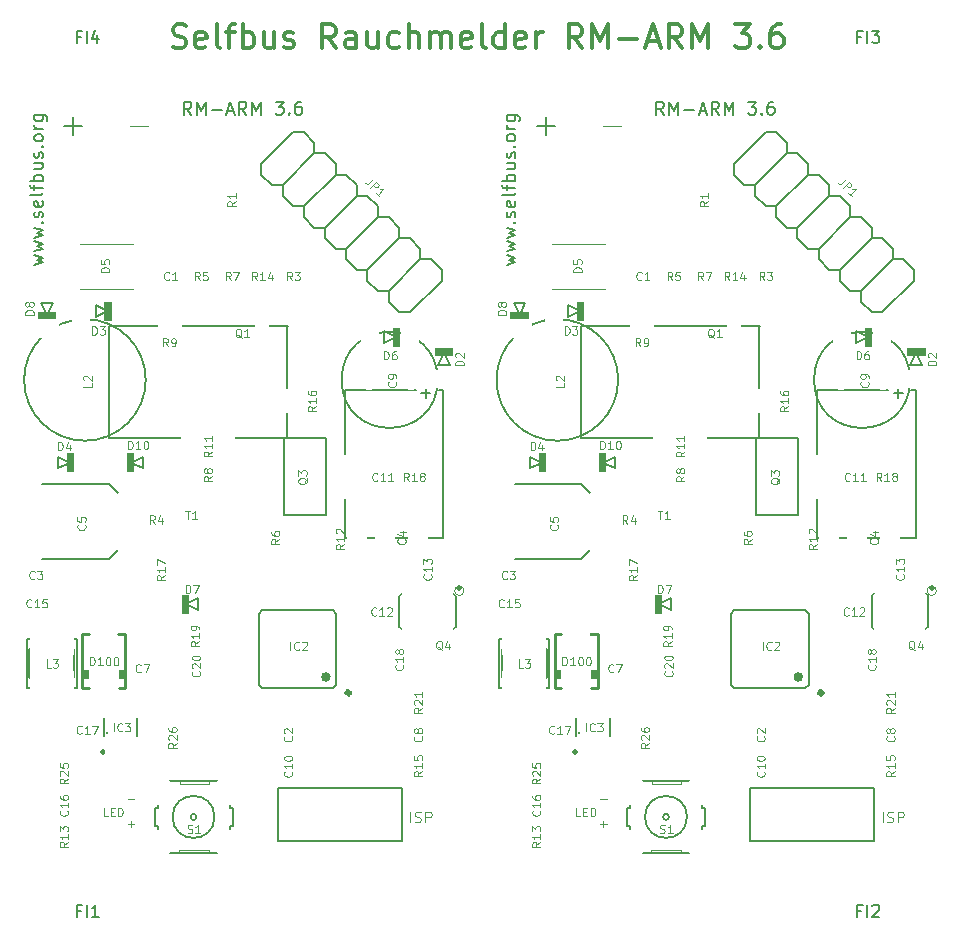
<source format=gto>
G04 #@! TF.GenerationSoftware,KiCad,Pcbnew,5.0.0-rc2-dev-unknown-9f5316e~63~ubuntu16.04.1*
G04 #@! TF.CreationDate,2018-04-30T23:34:32+02:00*
G04 #@! TF.ProjectId,Rauchmelder_3.6_panelized,52617563686D656C64657220332E365F,rev?*
G04 #@! TF.SameCoordinates,Original*
G04 #@! TF.FileFunction,Legend,Top*
G04 #@! TF.FilePolarity,Positive*
%FSLAX46Y46*%
G04 Gerber Fmt 4.6, Leading zero omitted, Abs format (unit mm)*
G04 Created by KiCad (PCBNEW 5.0.0-rc2-dev-unknown-9f5316e~63~ubuntu16.04.1) date Mon Apr 30 23:34:32 2018*
%MOMM*%
%LPD*%
G01*
G04 APERTURE LIST*
%ADD10C,0.300000*%
%ADD11C,0.150000*%
%ADD12C,0.100000*%
%ADD13C,0.200000*%
%ADD14C,0.120000*%
%ADD15C,0.203200*%
%ADD16C,0.152400*%
%ADD17C,0.254000*%
%ADD18C,0.050800*%
%ADD19C,0.101600*%
%ADD20C,0.406400*%
%ADD21C,0.400000*%
%ADD22C,0.127000*%
%ADD23C,2.540000*%
%ADD24R,2.003200X1.803200*%
%ADD25R,1.803200X2.003200*%
%ADD26R,1.603200X2.003200*%
%ADD27R,1.803200X2.006200*%
%ADD28R,2.006200X1.803200*%
%ADD29R,2.403200X3.803200*%
%ADD30R,2.438400X1.422400*%
%ADD31C,1.778000*%
%ADD32R,2.203200X1.703200*%
%ADD33R,3.703200X1.803200*%
%ADD34R,1.203200X1.603200*%
%ADD35R,2.203200X2.203200*%
%ADD36C,1.803400*%
%ADD37O,3.352800X1.778000*%
%ADD38R,1.983200X2.363200*%
%ADD39R,0.803200X1.103200*%
%ADD40R,1.703200X0.453200*%
%ADD41R,0.453200X1.703200*%
%ADD42O,3.120800X1.662000*%
%ADD43R,2.003200X1.603200*%
%ADD44C,1.676400*%
%ADD45R,1.676400X1.676400*%
%ADD46R,3.803200X2.703200*%
%ADD47R,1.603200X1.203200*%
%ADD48R,1.803200X1.703200*%
%ADD49O,2.153200X4.103200*%
G04 APERTURE END LIST*
D10*
X142642857Y-68809523D02*
X142928571Y-68904761D01*
X143404761Y-68904761D01*
X143595238Y-68809523D01*
X143690476Y-68714285D01*
X143785714Y-68523809D01*
X143785714Y-68333333D01*
X143690476Y-68142857D01*
X143595238Y-68047619D01*
X143404761Y-67952380D01*
X143023809Y-67857142D01*
X142833333Y-67761904D01*
X142738095Y-67666666D01*
X142642857Y-67476190D01*
X142642857Y-67285714D01*
X142738095Y-67095238D01*
X142833333Y-67000000D01*
X143023809Y-66904761D01*
X143500000Y-66904761D01*
X143785714Y-67000000D01*
X145404761Y-68809523D02*
X145214285Y-68904761D01*
X144833333Y-68904761D01*
X144642857Y-68809523D01*
X144547619Y-68619047D01*
X144547619Y-67857142D01*
X144642857Y-67666666D01*
X144833333Y-67571428D01*
X145214285Y-67571428D01*
X145404761Y-67666666D01*
X145500000Y-67857142D01*
X145500000Y-68047619D01*
X144547619Y-68238095D01*
X146642857Y-68904761D02*
X146452380Y-68809523D01*
X146357142Y-68619047D01*
X146357142Y-66904761D01*
X147119047Y-67571428D02*
X147880952Y-67571428D01*
X147404761Y-68904761D02*
X147404761Y-67190476D01*
X147500000Y-67000000D01*
X147690476Y-66904761D01*
X147880952Y-66904761D01*
X148547619Y-68904761D02*
X148547619Y-66904761D01*
X148547619Y-67666666D02*
X148738095Y-67571428D01*
X149119047Y-67571428D01*
X149309523Y-67666666D01*
X149404761Y-67761904D01*
X149500000Y-67952380D01*
X149500000Y-68523809D01*
X149404761Y-68714285D01*
X149309523Y-68809523D01*
X149119047Y-68904761D01*
X148738095Y-68904761D01*
X148547619Y-68809523D01*
X151214285Y-67571428D02*
X151214285Y-68904761D01*
X150357142Y-67571428D02*
X150357142Y-68619047D01*
X150452380Y-68809523D01*
X150642857Y-68904761D01*
X150928571Y-68904761D01*
X151119047Y-68809523D01*
X151214285Y-68714285D01*
X152071428Y-68809523D02*
X152261904Y-68904761D01*
X152642857Y-68904761D01*
X152833333Y-68809523D01*
X152928571Y-68619047D01*
X152928571Y-68523809D01*
X152833333Y-68333333D01*
X152642857Y-68238095D01*
X152357142Y-68238095D01*
X152166666Y-68142857D01*
X152071428Y-67952380D01*
X152071428Y-67857142D01*
X152166666Y-67666666D01*
X152357142Y-67571428D01*
X152642857Y-67571428D01*
X152833333Y-67666666D01*
X156452380Y-68904761D02*
X155785714Y-67952380D01*
X155309523Y-68904761D02*
X155309523Y-66904761D01*
X156071428Y-66904761D01*
X156261904Y-67000000D01*
X156357142Y-67095238D01*
X156452380Y-67285714D01*
X156452380Y-67571428D01*
X156357142Y-67761904D01*
X156261904Y-67857142D01*
X156071428Y-67952380D01*
X155309523Y-67952380D01*
X158166666Y-68904761D02*
X158166666Y-67857142D01*
X158071428Y-67666666D01*
X157880952Y-67571428D01*
X157500000Y-67571428D01*
X157309523Y-67666666D01*
X158166666Y-68809523D02*
X157976190Y-68904761D01*
X157500000Y-68904761D01*
X157309523Y-68809523D01*
X157214285Y-68619047D01*
X157214285Y-68428571D01*
X157309523Y-68238095D01*
X157500000Y-68142857D01*
X157976190Y-68142857D01*
X158166666Y-68047619D01*
X159976190Y-67571428D02*
X159976190Y-68904761D01*
X159119047Y-67571428D02*
X159119047Y-68619047D01*
X159214285Y-68809523D01*
X159404761Y-68904761D01*
X159690476Y-68904761D01*
X159880952Y-68809523D01*
X159976190Y-68714285D01*
X161785714Y-68809523D02*
X161595238Y-68904761D01*
X161214285Y-68904761D01*
X161023809Y-68809523D01*
X160928571Y-68714285D01*
X160833333Y-68523809D01*
X160833333Y-67952380D01*
X160928571Y-67761904D01*
X161023809Y-67666666D01*
X161214285Y-67571428D01*
X161595238Y-67571428D01*
X161785714Y-67666666D01*
X162642857Y-68904761D02*
X162642857Y-66904761D01*
X163500000Y-68904761D02*
X163500000Y-67857142D01*
X163404761Y-67666666D01*
X163214285Y-67571428D01*
X162928571Y-67571428D01*
X162738095Y-67666666D01*
X162642857Y-67761904D01*
X164452380Y-68904761D02*
X164452380Y-67571428D01*
X164452380Y-67761904D02*
X164547619Y-67666666D01*
X164738095Y-67571428D01*
X165023809Y-67571428D01*
X165214285Y-67666666D01*
X165309523Y-67857142D01*
X165309523Y-68904761D01*
X165309523Y-67857142D02*
X165404761Y-67666666D01*
X165595238Y-67571428D01*
X165880952Y-67571428D01*
X166071428Y-67666666D01*
X166166666Y-67857142D01*
X166166666Y-68904761D01*
X167880952Y-68809523D02*
X167690476Y-68904761D01*
X167309523Y-68904761D01*
X167119047Y-68809523D01*
X167023809Y-68619047D01*
X167023809Y-67857142D01*
X167119047Y-67666666D01*
X167309523Y-67571428D01*
X167690476Y-67571428D01*
X167880952Y-67666666D01*
X167976190Y-67857142D01*
X167976190Y-68047619D01*
X167023809Y-68238095D01*
X169119047Y-68904761D02*
X168928571Y-68809523D01*
X168833333Y-68619047D01*
X168833333Y-66904761D01*
X170738095Y-68904761D02*
X170738095Y-66904761D01*
X170738095Y-68809523D02*
X170547619Y-68904761D01*
X170166666Y-68904761D01*
X169976190Y-68809523D01*
X169880952Y-68714285D01*
X169785714Y-68523809D01*
X169785714Y-67952380D01*
X169880952Y-67761904D01*
X169976190Y-67666666D01*
X170166666Y-67571428D01*
X170547619Y-67571428D01*
X170738095Y-67666666D01*
X172452380Y-68809523D02*
X172261904Y-68904761D01*
X171880952Y-68904761D01*
X171690476Y-68809523D01*
X171595238Y-68619047D01*
X171595238Y-67857142D01*
X171690476Y-67666666D01*
X171880952Y-67571428D01*
X172261904Y-67571428D01*
X172452380Y-67666666D01*
X172547619Y-67857142D01*
X172547619Y-68047619D01*
X171595238Y-68238095D01*
X173404761Y-68904761D02*
X173404761Y-67571428D01*
X173404761Y-67952380D02*
X173500000Y-67761904D01*
X173595238Y-67666666D01*
X173785714Y-67571428D01*
X173976190Y-67571428D01*
X177309523Y-68904761D02*
X176642857Y-67952380D01*
X176166666Y-68904761D02*
X176166666Y-66904761D01*
X176928571Y-66904761D01*
X177119047Y-67000000D01*
X177214285Y-67095238D01*
X177309523Y-67285714D01*
X177309523Y-67571428D01*
X177214285Y-67761904D01*
X177119047Y-67857142D01*
X176928571Y-67952380D01*
X176166666Y-67952380D01*
X178166666Y-68904761D02*
X178166666Y-66904761D01*
X178833333Y-68333333D01*
X179500000Y-66904761D01*
X179500000Y-68904761D01*
X180452380Y-68142857D02*
X181976190Y-68142857D01*
X182833333Y-68333333D02*
X183785714Y-68333333D01*
X182642857Y-68904761D02*
X183309523Y-66904761D01*
X183976190Y-68904761D01*
X185785714Y-68904761D02*
X185119047Y-67952380D01*
X184642857Y-68904761D02*
X184642857Y-66904761D01*
X185404761Y-66904761D01*
X185595238Y-67000000D01*
X185690476Y-67095238D01*
X185785714Y-67285714D01*
X185785714Y-67571428D01*
X185690476Y-67761904D01*
X185595238Y-67857142D01*
X185404761Y-67952380D01*
X184642857Y-67952380D01*
X186642857Y-68904761D02*
X186642857Y-66904761D01*
X187309523Y-68333333D01*
X187976190Y-66904761D01*
X187976190Y-68904761D01*
X190261904Y-66904761D02*
X191500000Y-66904761D01*
X190833333Y-67666666D01*
X191119047Y-67666666D01*
X191309523Y-67761904D01*
X191404761Y-67857142D01*
X191500000Y-68047619D01*
X191500000Y-68523809D01*
X191404761Y-68714285D01*
X191309523Y-68809523D01*
X191119047Y-68904761D01*
X190547619Y-68904761D01*
X190357142Y-68809523D01*
X190261904Y-68714285D01*
X192357142Y-68714285D02*
X192452380Y-68809523D01*
X192357142Y-68904761D01*
X192261904Y-68809523D01*
X192357142Y-68714285D01*
X192357142Y-68904761D01*
X194166666Y-66904761D02*
X193785714Y-66904761D01*
X193595238Y-67000000D01*
X193500000Y-67095238D01*
X193309523Y-67380952D01*
X193214285Y-67761904D01*
X193214285Y-68523809D01*
X193309523Y-68714285D01*
X193404761Y-68809523D01*
X193595238Y-68904761D01*
X193976190Y-68904761D01*
X194166666Y-68809523D01*
X194261904Y-68714285D01*
X194357142Y-68523809D01*
X194357142Y-68047619D01*
X194261904Y-67857142D01*
X194166666Y-67761904D01*
X193976190Y-67666666D01*
X193595238Y-67666666D01*
X193404761Y-67761904D01*
X193309523Y-67857142D01*
X193214285Y-68047619D01*
X206900000Y-114535714D02*
X206971428Y-114607142D01*
X206900000Y-114678571D01*
X206828571Y-114607142D01*
X206900000Y-114535714D01*
X206900000Y-114678571D01*
D11*
X186300000Y-101900000D02*
X192300000Y-101900000D01*
D10*
X176700000Y-128435714D02*
X176771428Y-128507142D01*
X176700000Y-128578571D01*
X176628571Y-128507142D01*
X176700000Y-128435714D01*
X176700000Y-128578571D01*
D12*
X178831666Y-132500000D02*
X179365000Y-132500000D01*
D11*
X177200000Y-101900000D02*
X184900000Y-101900000D01*
X177200550Y-92418600D02*
X177200000Y-101900000D01*
X192361250Y-92418600D02*
X177200550Y-92418600D01*
D13*
X173438095Y-75542857D02*
X174961904Y-75542857D01*
X174200000Y-76304761D02*
X174200000Y-74780952D01*
D12*
X179038095Y-75542857D02*
X180561904Y-75542857D01*
D11*
X197203075Y-97895475D02*
X203235575Y-97895475D01*
X205537450Y-97895475D02*
X205140575Y-97895475D01*
X205537450Y-110357350D02*
X205537450Y-97895475D01*
X197203075Y-110357350D02*
X205537450Y-110357350D01*
X197203075Y-97895475D02*
X197203075Y-110357350D01*
D12*
X177150000Y-133916666D02*
X176816666Y-133916666D01*
X176816666Y-133216666D01*
X177383333Y-133550000D02*
X177616666Y-133550000D01*
X177716666Y-133916666D02*
X177383333Y-133916666D01*
X177383333Y-133216666D01*
X177716666Y-133216666D01*
X178016666Y-133916666D02*
X178016666Y-133216666D01*
X178183333Y-133216666D01*
X178283333Y-133250000D01*
X178350000Y-133316666D01*
X178383333Y-133383333D01*
X178416666Y-133516666D01*
X178416666Y-133616666D01*
X178383333Y-133750000D01*
X178350000Y-133816666D01*
X178283333Y-133883333D01*
X178183333Y-133916666D01*
X178016666Y-133916666D01*
X207301200Y-114853600D02*
G75*
G03X207301200Y-114853600I-400000J0D01*
G01*
D13*
X184220476Y-74547619D02*
X183853809Y-74023809D01*
X183591904Y-74547619D02*
X183591904Y-73447619D01*
X184010952Y-73447619D01*
X184115714Y-73500000D01*
X184168095Y-73552380D01*
X184220476Y-73657142D01*
X184220476Y-73814285D01*
X184168095Y-73919047D01*
X184115714Y-73971428D01*
X184010952Y-74023809D01*
X183591904Y-74023809D01*
X184691904Y-74547619D02*
X184691904Y-73447619D01*
X185058571Y-74233333D01*
X185425238Y-73447619D01*
X185425238Y-74547619D01*
X185949047Y-74128571D02*
X186787142Y-74128571D01*
X187258571Y-74233333D02*
X187782380Y-74233333D01*
X187153809Y-74547619D02*
X187520476Y-73447619D01*
X187887142Y-74547619D01*
X188882380Y-74547619D02*
X188515714Y-74023809D01*
X188253809Y-74547619D02*
X188253809Y-73447619D01*
X188672857Y-73447619D01*
X188777619Y-73500000D01*
X188830000Y-73552380D01*
X188882380Y-73657142D01*
X188882380Y-73814285D01*
X188830000Y-73919047D01*
X188777619Y-73971428D01*
X188672857Y-74023809D01*
X188253809Y-74023809D01*
X189353809Y-74547619D02*
X189353809Y-73447619D01*
X189720476Y-74233333D01*
X190087142Y-73447619D01*
X190087142Y-74547619D01*
X191344285Y-73447619D02*
X192025238Y-73447619D01*
X191658571Y-73866666D01*
X191815714Y-73866666D01*
X191920476Y-73919047D01*
X191972857Y-73971428D01*
X192025238Y-74076190D01*
X192025238Y-74338095D01*
X191972857Y-74442857D01*
X191920476Y-74495238D01*
X191815714Y-74547619D01*
X191501428Y-74547619D01*
X191396666Y-74495238D01*
X191344285Y-74442857D01*
X192496666Y-74442857D02*
X192549047Y-74495238D01*
X192496666Y-74547619D01*
X192444285Y-74495238D01*
X192496666Y-74442857D01*
X192496666Y-74547619D01*
X193491904Y-73447619D02*
X193282380Y-73447619D01*
X193177619Y-73500000D01*
X193125238Y-73552380D01*
X193020476Y-73709523D01*
X192968095Y-73919047D01*
X192968095Y-74338095D01*
X193020476Y-74442857D01*
X193072857Y-74495238D01*
X193177619Y-74547619D01*
X193387142Y-74547619D01*
X193491904Y-74495238D01*
X193544285Y-74442857D01*
X193596666Y-74338095D01*
X193596666Y-74076190D01*
X193544285Y-73971428D01*
X193491904Y-73919047D01*
X193387142Y-73866666D01*
X193177619Y-73866666D01*
X193072857Y-73919047D01*
X193020476Y-73971428D01*
X192968095Y-74076190D01*
X170914285Y-87268095D02*
X171647619Y-87058571D01*
X171123809Y-86849047D01*
X171647619Y-86639523D01*
X170914285Y-86430000D01*
X170914285Y-86115714D02*
X171647619Y-85906190D01*
X171123809Y-85696666D01*
X171647619Y-85487142D01*
X170914285Y-85277619D01*
X170914285Y-84963333D02*
X171647619Y-84753809D01*
X171123809Y-84544285D01*
X171647619Y-84334761D01*
X170914285Y-84125238D01*
X171542857Y-83706190D02*
X171595238Y-83653809D01*
X171647619Y-83706190D01*
X171595238Y-83758571D01*
X171542857Y-83706190D01*
X171647619Y-83706190D01*
X171595238Y-83234761D02*
X171647619Y-83130000D01*
X171647619Y-82920476D01*
X171595238Y-82815714D01*
X171490476Y-82763333D01*
X171438095Y-82763333D01*
X171333333Y-82815714D01*
X171280952Y-82920476D01*
X171280952Y-83077619D01*
X171228571Y-83182380D01*
X171123809Y-83234761D01*
X171071428Y-83234761D01*
X170966666Y-83182380D01*
X170914285Y-83077619D01*
X170914285Y-82920476D01*
X170966666Y-82815714D01*
X171595238Y-81872857D02*
X171647619Y-81977619D01*
X171647619Y-82187142D01*
X171595238Y-82291904D01*
X171490476Y-82344285D01*
X171071428Y-82344285D01*
X170966666Y-82291904D01*
X170914285Y-82187142D01*
X170914285Y-81977619D01*
X170966666Y-81872857D01*
X171071428Y-81820476D01*
X171176190Y-81820476D01*
X171280952Y-82344285D01*
X171647619Y-81191904D02*
X171595238Y-81296666D01*
X171490476Y-81349047D01*
X170547619Y-81349047D01*
X170914285Y-80930000D02*
X170914285Y-80510952D01*
X171647619Y-80772857D02*
X170704761Y-80772857D01*
X170600000Y-80720476D01*
X170547619Y-80615714D01*
X170547619Y-80510952D01*
X171647619Y-80144285D02*
X170547619Y-80144285D01*
X170966666Y-80144285D02*
X170914285Y-80039523D01*
X170914285Y-79830000D01*
X170966666Y-79725238D01*
X171019047Y-79672857D01*
X171123809Y-79620476D01*
X171438095Y-79620476D01*
X171542857Y-79672857D01*
X171595238Y-79725238D01*
X171647619Y-79830000D01*
X171647619Y-80039523D01*
X171595238Y-80144285D01*
X170914285Y-78677619D02*
X171647619Y-78677619D01*
X170914285Y-79149047D02*
X171490476Y-79149047D01*
X171595238Y-79096666D01*
X171647619Y-78991904D01*
X171647619Y-78834761D01*
X171595238Y-78730000D01*
X171542857Y-78677619D01*
X171595238Y-78206190D02*
X171647619Y-78101428D01*
X171647619Y-77891904D01*
X171595238Y-77787142D01*
X171490476Y-77734761D01*
X171438095Y-77734761D01*
X171333333Y-77787142D01*
X171280952Y-77891904D01*
X171280952Y-78049047D01*
X171228571Y-78153809D01*
X171123809Y-78206190D01*
X171071428Y-78206190D01*
X170966666Y-78153809D01*
X170914285Y-78049047D01*
X170914285Y-77891904D01*
X170966666Y-77787142D01*
X171542857Y-77263333D02*
X171595238Y-77210952D01*
X171647619Y-77263333D01*
X171595238Y-77315714D01*
X171542857Y-77263333D01*
X171647619Y-77263333D01*
X171647619Y-76582380D02*
X171595238Y-76687142D01*
X171542857Y-76739523D01*
X171438095Y-76791904D01*
X171123809Y-76791904D01*
X171019047Y-76739523D01*
X170966666Y-76687142D01*
X170914285Y-76582380D01*
X170914285Y-76425238D01*
X170966666Y-76320476D01*
X171019047Y-76268095D01*
X171123809Y-76215714D01*
X171438095Y-76215714D01*
X171542857Y-76268095D01*
X171595238Y-76320476D01*
X171647619Y-76425238D01*
X171647619Y-76582380D01*
X171647619Y-75744285D02*
X170914285Y-75744285D01*
X171123809Y-75744285D02*
X171019047Y-75691904D01*
X170966666Y-75639523D01*
X170914285Y-75534761D01*
X170914285Y-75430000D01*
X170914285Y-74591904D02*
X171804761Y-74591904D01*
X171909523Y-74644285D01*
X171961904Y-74696666D01*
X172014285Y-74801428D01*
X172014285Y-74958571D01*
X171961904Y-75063333D01*
X171595238Y-74591904D02*
X171647619Y-74696666D01*
X171647619Y-74906190D01*
X171595238Y-75010952D01*
X171542857Y-75063333D01*
X171438095Y-75115714D01*
X171123809Y-75115714D01*
X171019047Y-75063333D01*
X170966666Y-75010952D01*
X170914285Y-74906190D01*
X170914285Y-74696666D01*
X170966666Y-74591904D01*
D14*
X202750571Y-134457142D02*
X202750571Y-133557142D01*
X203136285Y-134414285D02*
X203264857Y-134457142D01*
X203479142Y-134457142D01*
X203564857Y-134414285D01*
X203607714Y-134371428D01*
X203650571Y-134285714D01*
X203650571Y-134200000D01*
X203607714Y-134114285D01*
X203564857Y-134071428D01*
X203479142Y-134028571D01*
X203307714Y-133985714D01*
X203222000Y-133942857D01*
X203179142Y-133900000D01*
X203136285Y-133814285D01*
X203136285Y-133728571D01*
X203179142Y-133642857D01*
X203222000Y-133600000D01*
X203307714Y-133557142D01*
X203522000Y-133557142D01*
X203650571Y-133600000D01*
X204036285Y-134457142D02*
X204036285Y-133557142D01*
X204379142Y-133557142D01*
X204464857Y-133600000D01*
X204507714Y-133642857D01*
X204550571Y-133728571D01*
X204550571Y-133857142D01*
X204507714Y-133942857D01*
X204464857Y-133985714D01*
X204379142Y-134028571D01*
X204036285Y-134028571D01*
D12*
X178831666Y-134600000D02*
X179365000Y-134600000D01*
X179098333Y-134866666D02*
X179098333Y-134333333D01*
D11*
X192281850Y-101943600D02*
X192281850Y-92498000D01*
D10*
X136700000Y-128435714D02*
X136771428Y-128507142D01*
X136700000Y-128578571D01*
X136628571Y-128507142D01*
X136700000Y-128435714D01*
X136700000Y-128578571D01*
X166900000Y-114535714D02*
X166971428Y-114607142D01*
X166900000Y-114678571D01*
X166828571Y-114607142D01*
X166900000Y-114535714D01*
X166900000Y-114678571D01*
D12*
X137150000Y-133916666D02*
X136816666Y-133916666D01*
X136816666Y-133216666D01*
X137383333Y-133550000D02*
X137616666Y-133550000D01*
X137716666Y-133916666D02*
X137383333Y-133916666D01*
X137383333Y-133216666D01*
X137716666Y-133216666D01*
X138016666Y-133916666D02*
X138016666Y-133216666D01*
X138183333Y-133216666D01*
X138283333Y-133250000D01*
X138350000Y-133316666D01*
X138383333Y-133383333D01*
X138416666Y-133516666D01*
X138416666Y-133616666D01*
X138383333Y-133750000D01*
X138350000Y-133816666D01*
X138283333Y-133883333D01*
X138183333Y-133916666D01*
X138016666Y-133916666D01*
D11*
X146300000Y-101900000D02*
X152300000Y-101900000D01*
D12*
X139038095Y-75542857D02*
X140561904Y-75542857D01*
D13*
X133438095Y-75542857D02*
X134961904Y-75542857D01*
X134200000Y-76304761D02*
X134200000Y-74780952D01*
D12*
X138831666Y-132500000D02*
X139365000Y-132500000D01*
D11*
X152361250Y-92418600D02*
X137200550Y-92418600D01*
X137200550Y-92418600D02*
X137200000Y-101900000D01*
X137200000Y-101900000D02*
X144900000Y-101900000D01*
X152281850Y-101943600D02*
X152281850Y-92498000D01*
D12*
X138831666Y-134600000D02*
X139365000Y-134600000D01*
X139098333Y-134866666D02*
X139098333Y-134333333D01*
D14*
X162750571Y-134457142D02*
X162750571Y-133557142D01*
X163136285Y-134414285D02*
X163264857Y-134457142D01*
X163479142Y-134457142D01*
X163564857Y-134414285D01*
X163607714Y-134371428D01*
X163650571Y-134285714D01*
X163650571Y-134200000D01*
X163607714Y-134114285D01*
X163564857Y-134071428D01*
X163479142Y-134028571D01*
X163307714Y-133985714D01*
X163222000Y-133942857D01*
X163179142Y-133900000D01*
X163136285Y-133814285D01*
X163136285Y-133728571D01*
X163179142Y-133642857D01*
X163222000Y-133600000D01*
X163307714Y-133557142D01*
X163522000Y-133557142D01*
X163650571Y-133600000D01*
X164036285Y-134457142D02*
X164036285Y-133557142D01*
X164379142Y-133557142D01*
X164464857Y-133600000D01*
X164507714Y-133642857D01*
X164550571Y-133728571D01*
X164550571Y-133857142D01*
X164507714Y-133942857D01*
X164464857Y-133985714D01*
X164379142Y-134028571D01*
X164036285Y-134028571D01*
D13*
X130914285Y-87268095D02*
X131647619Y-87058571D01*
X131123809Y-86849047D01*
X131647619Y-86639523D01*
X130914285Y-86430000D01*
X130914285Y-86115714D02*
X131647619Y-85906190D01*
X131123809Y-85696666D01*
X131647619Y-85487142D01*
X130914285Y-85277619D01*
X130914285Y-84963333D02*
X131647619Y-84753809D01*
X131123809Y-84544285D01*
X131647619Y-84334761D01*
X130914285Y-84125238D01*
X131542857Y-83706190D02*
X131595238Y-83653809D01*
X131647619Y-83706190D01*
X131595238Y-83758571D01*
X131542857Y-83706190D01*
X131647619Y-83706190D01*
X131595238Y-83234761D02*
X131647619Y-83130000D01*
X131647619Y-82920476D01*
X131595238Y-82815714D01*
X131490476Y-82763333D01*
X131438095Y-82763333D01*
X131333333Y-82815714D01*
X131280952Y-82920476D01*
X131280952Y-83077619D01*
X131228571Y-83182380D01*
X131123809Y-83234761D01*
X131071428Y-83234761D01*
X130966666Y-83182380D01*
X130914285Y-83077619D01*
X130914285Y-82920476D01*
X130966666Y-82815714D01*
X131595238Y-81872857D02*
X131647619Y-81977619D01*
X131647619Y-82187142D01*
X131595238Y-82291904D01*
X131490476Y-82344285D01*
X131071428Y-82344285D01*
X130966666Y-82291904D01*
X130914285Y-82187142D01*
X130914285Y-81977619D01*
X130966666Y-81872857D01*
X131071428Y-81820476D01*
X131176190Y-81820476D01*
X131280952Y-82344285D01*
X131647619Y-81191904D02*
X131595238Y-81296666D01*
X131490476Y-81349047D01*
X130547619Y-81349047D01*
X130914285Y-80930000D02*
X130914285Y-80510952D01*
X131647619Y-80772857D02*
X130704761Y-80772857D01*
X130600000Y-80720476D01*
X130547619Y-80615714D01*
X130547619Y-80510952D01*
X131647619Y-80144285D02*
X130547619Y-80144285D01*
X130966666Y-80144285D02*
X130914285Y-80039523D01*
X130914285Y-79830000D01*
X130966666Y-79725238D01*
X131019047Y-79672857D01*
X131123809Y-79620476D01*
X131438095Y-79620476D01*
X131542857Y-79672857D01*
X131595238Y-79725238D01*
X131647619Y-79830000D01*
X131647619Y-80039523D01*
X131595238Y-80144285D01*
X130914285Y-78677619D02*
X131647619Y-78677619D01*
X130914285Y-79149047D02*
X131490476Y-79149047D01*
X131595238Y-79096666D01*
X131647619Y-78991904D01*
X131647619Y-78834761D01*
X131595238Y-78730000D01*
X131542857Y-78677619D01*
X131595238Y-78206190D02*
X131647619Y-78101428D01*
X131647619Y-77891904D01*
X131595238Y-77787142D01*
X131490476Y-77734761D01*
X131438095Y-77734761D01*
X131333333Y-77787142D01*
X131280952Y-77891904D01*
X131280952Y-78049047D01*
X131228571Y-78153809D01*
X131123809Y-78206190D01*
X131071428Y-78206190D01*
X130966666Y-78153809D01*
X130914285Y-78049047D01*
X130914285Y-77891904D01*
X130966666Y-77787142D01*
X131542857Y-77263333D02*
X131595238Y-77210952D01*
X131647619Y-77263333D01*
X131595238Y-77315714D01*
X131542857Y-77263333D01*
X131647619Y-77263333D01*
X131647619Y-76582380D02*
X131595238Y-76687142D01*
X131542857Y-76739523D01*
X131438095Y-76791904D01*
X131123809Y-76791904D01*
X131019047Y-76739523D01*
X130966666Y-76687142D01*
X130914285Y-76582380D01*
X130914285Y-76425238D01*
X130966666Y-76320476D01*
X131019047Y-76268095D01*
X131123809Y-76215714D01*
X131438095Y-76215714D01*
X131542857Y-76268095D01*
X131595238Y-76320476D01*
X131647619Y-76425238D01*
X131647619Y-76582380D01*
X131647619Y-75744285D02*
X130914285Y-75744285D01*
X131123809Y-75744285D02*
X131019047Y-75691904D01*
X130966666Y-75639523D01*
X130914285Y-75534761D01*
X130914285Y-75430000D01*
X130914285Y-74591904D02*
X131804761Y-74591904D01*
X131909523Y-74644285D01*
X131961904Y-74696666D01*
X132014285Y-74801428D01*
X132014285Y-74958571D01*
X131961904Y-75063333D01*
X131595238Y-74591904D02*
X131647619Y-74696666D01*
X131647619Y-74906190D01*
X131595238Y-75010952D01*
X131542857Y-75063333D01*
X131438095Y-75115714D01*
X131123809Y-75115714D01*
X131019047Y-75063333D01*
X130966666Y-75010952D01*
X130914285Y-74906190D01*
X130914285Y-74696666D01*
X130966666Y-74591904D01*
X144220476Y-74547619D02*
X143853809Y-74023809D01*
X143591904Y-74547619D02*
X143591904Y-73447619D01*
X144010952Y-73447619D01*
X144115714Y-73500000D01*
X144168095Y-73552380D01*
X144220476Y-73657142D01*
X144220476Y-73814285D01*
X144168095Y-73919047D01*
X144115714Y-73971428D01*
X144010952Y-74023809D01*
X143591904Y-74023809D01*
X144691904Y-74547619D02*
X144691904Y-73447619D01*
X145058571Y-74233333D01*
X145425238Y-73447619D01*
X145425238Y-74547619D01*
X145949047Y-74128571D02*
X146787142Y-74128571D01*
X147258571Y-74233333D02*
X147782380Y-74233333D01*
X147153809Y-74547619D02*
X147520476Y-73447619D01*
X147887142Y-74547619D01*
X148882380Y-74547619D02*
X148515714Y-74023809D01*
X148253809Y-74547619D02*
X148253809Y-73447619D01*
X148672857Y-73447619D01*
X148777619Y-73500000D01*
X148830000Y-73552380D01*
X148882380Y-73657142D01*
X148882380Y-73814285D01*
X148830000Y-73919047D01*
X148777619Y-73971428D01*
X148672857Y-74023809D01*
X148253809Y-74023809D01*
X149353809Y-74547619D02*
X149353809Y-73447619D01*
X149720476Y-74233333D01*
X150087142Y-73447619D01*
X150087142Y-74547619D01*
X151344285Y-73447619D02*
X152025238Y-73447619D01*
X151658571Y-73866666D01*
X151815714Y-73866666D01*
X151920476Y-73919047D01*
X151972857Y-73971428D01*
X152025238Y-74076190D01*
X152025238Y-74338095D01*
X151972857Y-74442857D01*
X151920476Y-74495238D01*
X151815714Y-74547619D01*
X151501428Y-74547619D01*
X151396666Y-74495238D01*
X151344285Y-74442857D01*
X152496666Y-74442857D02*
X152549047Y-74495238D01*
X152496666Y-74547619D01*
X152444285Y-74495238D01*
X152496666Y-74442857D01*
X152496666Y-74547619D01*
X153491904Y-73447619D02*
X153282380Y-73447619D01*
X153177619Y-73500000D01*
X153125238Y-73552380D01*
X153020476Y-73709523D01*
X152968095Y-73919047D01*
X152968095Y-74338095D01*
X153020476Y-74442857D01*
X153072857Y-74495238D01*
X153177619Y-74547619D01*
X153387142Y-74547619D01*
X153491904Y-74495238D01*
X153544285Y-74442857D01*
X153596666Y-74338095D01*
X153596666Y-74076190D01*
X153544285Y-73971428D01*
X153491904Y-73919047D01*
X153387142Y-73866666D01*
X153177619Y-73866666D01*
X153072857Y-73919047D01*
X153020476Y-73971428D01*
X152968095Y-74076190D01*
D12*
X167301200Y-114853600D02*
G75*
G03X167301200Y-114853600I-400000J0D01*
G01*
D11*
X157203075Y-97895475D02*
X157203075Y-110357350D01*
X157203075Y-110357350D02*
X165537450Y-110357350D01*
X165537450Y-110357350D02*
X165537450Y-97895475D01*
X165537450Y-97895475D02*
X165140575Y-97895475D01*
X157203075Y-97895475D02*
X163235575Y-97895475D01*
D15*
X176100000Y-91700000D02*
X177100000Y-91200000D01*
X177100000Y-91200000D02*
X176100000Y-90700000D01*
X176100000Y-90700000D02*
X176100000Y-91700000D01*
D12*
G36*
X177463600Y-90412600D02*
X176854000Y-90412600D01*
X176854000Y-91987400D01*
X177463600Y-91987400D01*
X177463600Y-90412600D01*
G37*
D15*
X195578000Y-101923400D02*
X195578000Y-108476600D01*
X192022000Y-101923400D02*
X195578000Y-101923400D01*
X192022000Y-108476600D02*
X192022000Y-101923400D01*
X195578000Y-108476600D02*
X192022000Y-108476600D01*
D16*
X205404418Y-88592741D02*
X205404418Y-87694715D01*
X204506392Y-86796690D02*
X203608366Y-86796690D01*
X203608366Y-86796690D02*
X203608366Y-85898664D01*
X202710341Y-85000638D02*
X201812315Y-85000638D01*
X201812315Y-85000638D02*
X201812315Y-84102613D01*
X200914290Y-83204587D02*
X200016264Y-83204587D01*
X200016264Y-83204587D02*
X200016264Y-82306562D01*
X199118238Y-81408536D02*
X198220213Y-81408536D01*
X198220213Y-81408536D02*
X198220213Y-80510510D01*
X197322187Y-79612485D02*
X196424162Y-79612485D01*
X196424162Y-79612485D02*
X196424162Y-78714459D01*
X195526136Y-77816434D02*
X194628110Y-77816434D01*
X205404418Y-88592741D02*
X202710341Y-91286818D01*
X202710341Y-91286818D02*
X201812315Y-91286818D01*
X201812315Y-91286818D02*
X200914290Y-90388792D01*
X200914290Y-90388792D02*
X200914290Y-89490766D01*
X200914290Y-89490766D02*
X200016264Y-89490766D01*
X200016264Y-89490766D02*
X199118238Y-88592741D01*
X199118238Y-88592741D02*
X199118238Y-87694715D01*
X199118238Y-87694715D02*
X198220213Y-87694715D01*
X198220213Y-87694715D02*
X197322187Y-86796690D01*
X197322187Y-86796690D02*
X197322187Y-85898664D01*
X197322187Y-85898664D02*
X196424162Y-85898664D01*
X196424162Y-85898664D02*
X195526136Y-85000638D01*
X195526136Y-85000638D02*
X195526136Y-84102613D01*
X195526136Y-84102613D02*
X194628110Y-84102613D01*
X194628110Y-84102613D02*
X193730085Y-83204587D01*
X193730085Y-83204587D02*
X193730085Y-82306562D01*
X193730085Y-82306562D02*
X192832059Y-82306562D01*
X192832059Y-82306562D02*
X191934034Y-81408536D01*
X191934034Y-81408536D02*
X191934034Y-80510510D01*
X200914290Y-89490766D02*
X203608366Y-86796690D01*
X199118238Y-87694715D02*
X201812315Y-85000638D01*
X197322187Y-85898664D02*
X200016264Y-83204587D01*
X195526136Y-84102613D02*
X198220213Y-81408536D01*
X193730085Y-82306562D02*
X196424162Y-79612485D01*
X191934034Y-80510510D02*
X194628110Y-77816434D01*
X196424162Y-78714459D02*
X195526136Y-77816434D01*
X198220213Y-80510510D02*
X197322187Y-79612485D01*
X200016264Y-82306562D02*
X199118238Y-81408536D01*
X201812315Y-84102613D02*
X200914290Y-83204587D01*
X203608366Y-85898664D02*
X202710341Y-85000638D01*
X205404418Y-87694715D02*
X204506392Y-86796690D01*
X194628110Y-77816434D02*
X194628110Y-76918408D01*
X193730085Y-76020382D02*
X192832059Y-76020382D01*
X191934034Y-80510510D02*
X191036008Y-80510510D01*
X191036008Y-80510510D02*
X190137982Y-79612485D01*
X190137982Y-79612485D02*
X190137982Y-78714459D01*
X190137982Y-78714459D02*
X192832059Y-76020382D01*
X194628110Y-76918408D02*
X193730085Y-76020382D01*
D15*
X171600000Y-105800000D02*
X177200000Y-105800000D01*
X177200000Y-105800000D02*
X178000000Y-106600000D01*
X178000000Y-111400000D02*
X177200000Y-112200000D01*
X177200000Y-112200000D02*
X171600000Y-112200000D01*
D12*
G36*
X178736400Y-104787400D02*
X179346000Y-104787400D01*
X179346000Y-103212600D01*
X178736400Y-103212600D01*
X178736400Y-104787400D01*
G37*
D15*
X180100000Y-104500000D02*
X180100000Y-103500000D01*
X179100000Y-104000000D02*
X180100000Y-104500000D01*
X180100000Y-103500000D02*
X179100000Y-104000000D01*
D12*
G36*
X174263600Y-103212600D02*
X173654000Y-103212600D01*
X173654000Y-104787400D01*
X174263600Y-104787400D01*
X174263600Y-103212600D01*
G37*
D15*
X172900000Y-103500000D02*
X172900000Y-104500000D01*
X173900000Y-104000000D02*
X172900000Y-103500000D01*
X172900000Y-104500000D02*
X173900000Y-104000000D01*
D17*
X174975000Y-123050000D02*
X174975000Y-118550000D01*
X178625000Y-118550000D02*
X178625000Y-123050000D01*
X174975000Y-123050000D02*
X175550000Y-123050000D01*
X178625000Y-123050000D02*
X178050000Y-123050000D01*
X178050000Y-118550000D02*
G75*
G03X178625000Y-118550000I287500J17297803D01*
G01*
X174975000Y-118550000D02*
X175550000Y-118550000D01*
D12*
G36*
X175550000Y-122300000D02*
X175550000Y-121550000D01*
X175050000Y-121550000D01*
X175050000Y-122300000D01*
X175550000Y-122300000D01*
G37*
G36*
X178550000Y-122300000D02*
X178550000Y-121550000D01*
X178050000Y-121550000D01*
X178050000Y-122300000D01*
X178550000Y-122300000D01*
G37*
D16*
X204429000Y-98143000D02*
X203667000Y-98143000D01*
X204048000Y-97762000D02*
X204048000Y-98524000D01*
X205064000Y-97000000D02*
G75*
G03X205064000Y-97000000I-4064000J0D01*
G01*
X181098000Y-133238000D02*
X181352000Y-133238000D01*
X181098000Y-133238000D02*
X181098000Y-134762000D01*
X181352000Y-134762000D02*
X181098000Y-134762000D01*
X187702000Y-134762000D02*
X187448000Y-134762000D01*
X187702000Y-134762000D02*
X187702000Y-133238000D01*
X187448000Y-133238000D02*
X187702000Y-133238000D01*
D18*
X185670000Y-137048000D02*
X185670000Y-136794000D01*
X183130000Y-136794000D02*
X185670000Y-136794000D01*
X183130000Y-136794000D02*
X183130000Y-137048000D01*
X183257000Y-131206000D02*
X185670000Y-131206000D01*
X183257000Y-131206000D02*
X183257000Y-130952000D01*
X185670000Y-131206000D02*
X185670000Y-130952000D01*
D16*
X186559000Y-130952000D02*
X185670000Y-130952000D01*
X182241000Y-137048000D02*
X183130000Y-137048000D01*
X183130000Y-137048000D02*
X185670000Y-137048000D01*
X185670000Y-137048000D02*
X186559000Y-137048000D01*
X185670000Y-130952000D02*
X183257000Y-130952000D01*
X183257000Y-130952000D02*
X182241000Y-130952000D01*
X181352000Y-133238000D02*
X181352000Y-132984000D01*
X181352000Y-134762000D02*
X181352000Y-135016000D01*
X187448000Y-133238000D02*
X187448000Y-132984000D01*
X187448000Y-134762000D02*
X187448000Y-135016000D01*
X186178000Y-134000000D02*
G75*
G03X186178000Y-134000000I-1778000J0D01*
G01*
X184654000Y-134000000D02*
G75*
G03X184654000Y-134000000I-254000J0D01*
G01*
D19*
X179240000Y-89320000D02*
X174760000Y-89320000D01*
X174760000Y-85480000D02*
X179240000Y-85480000D01*
D16*
X176777000Y-127181000D02*
X176777000Y-125619000D01*
X179622000Y-125619000D02*
X179622000Y-127181000D01*
D12*
X177150000Y-126900000D02*
G75*
G03X177150000Y-126900000I-100000J0D01*
G01*
D15*
X196200000Y-116500000D02*
X190200000Y-116500000D01*
X189900000Y-116800000D02*
X189900000Y-122800000D01*
X190200000Y-123100000D02*
X196200000Y-123100000D01*
X196200000Y-123100000D02*
X196500000Y-122800000D01*
X196500000Y-122800000D02*
X196500000Y-116800000D01*
X196500000Y-116800000D02*
X196200000Y-116500000D01*
X190200000Y-116500000D02*
X189900000Y-116800000D01*
X189900000Y-122800000D02*
X190200000Y-123100000D01*
D20*
X197650000Y-123504000D02*
G75*
G03X197650000Y-123504000I-150000J0D01*
G01*
D21*
X195800000Y-122150000D02*
G75*
G03X195800000Y-122150000I-200000J0D01*
G01*
D15*
X180350000Y-97000000D02*
G75*
G03X180350000Y-97000000I-5150000J0D01*
G01*
X206100000Y-95700000D02*
X205600000Y-94700000D01*
X205600000Y-94700000D02*
X205100000Y-95700000D01*
X205100000Y-95700000D02*
X206100000Y-95700000D01*
D12*
G36*
X204812600Y-94336400D02*
X204812600Y-94946000D01*
X206387400Y-94946000D01*
X206387400Y-94336400D01*
X204812600Y-94336400D01*
G37*
D15*
X191551200Y-131553600D02*
X202051200Y-131553600D01*
X191551200Y-136053600D02*
X191551200Y-131553600D01*
X202051200Y-136053600D02*
X191551200Y-136053600D01*
X202051200Y-131553600D02*
X202051200Y-136053600D01*
D22*
X174500000Y-123100000D02*
X170300000Y-123100000D01*
X170300000Y-123100000D02*
X170300000Y-118900000D01*
X170300000Y-118900000D02*
X174500000Y-118900000D01*
X174500000Y-118900000D02*
X174500000Y-123100000D01*
X174305000Y-119857000D02*
X174305000Y-122143000D01*
X174305000Y-122143000D02*
X173543000Y-122905000D01*
X173543000Y-122905000D02*
X171257000Y-122905000D01*
X171257000Y-122905000D02*
X170495000Y-122143000D01*
X170495000Y-122143000D02*
X170495000Y-119857000D01*
X170495000Y-119857000D02*
X171257000Y-119095000D01*
X171257000Y-119095000D02*
X173543000Y-119095000D01*
X173543000Y-119095000D02*
X174305000Y-119857000D01*
D15*
X184800000Y-115500000D02*
X183800000Y-116000000D01*
X183800000Y-116000000D02*
X184800000Y-116500000D01*
X184800000Y-116500000D02*
X184800000Y-115500000D01*
D12*
G36*
X183436400Y-116787400D02*
X184046000Y-116787400D01*
X184046000Y-115212600D01*
X183436400Y-115212600D01*
X183436400Y-116787400D01*
G37*
D15*
X171500000Y-90500000D02*
X172000000Y-91500000D01*
X172000000Y-91500000D02*
X172500000Y-90500000D01*
X172500000Y-90500000D02*
X171500000Y-90500000D01*
D12*
G36*
X172787400Y-91863600D02*
X172787400Y-91254000D01*
X171212600Y-91254000D01*
X171212600Y-91863600D01*
X172787400Y-91863600D01*
G37*
D15*
X201800000Y-117900000D02*
X201800000Y-115300000D01*
X206600000Y-115300000D02*
X206600000Y-117900000D01*
X206600000Y-117900000D02*
G75*
G03X206400000Y-118100000I0J-200000D01*
G01*
X202000000Y-118100000D02*
G75*
G03X201800000Y-117900000I-200000J0D01*
G01*
X206400000Y-115100000D02*
G75*
G03X206600000Y-115300000I200000J0D01*
G01*
X201800000Y-115300000D02*
G75*
G03X202000000Y-115100000I0J200000D01*
G01*
X200500000Y-93900000D02*
X201500000Y-93400000D01*
X201500000Y-93400000D02*
X200500000Y-92900000D01*
X200500000Y-92900000D02*
X200500000Y-93900000D01*
D12*
G36*
X201863600Y-92612600D02*
X201254000Y-92612600D01*
X201254000Y-94187400D01*
X201863600Y-94187400D01*
X201863600Y-92612600D01*
G37*
D21*
X155800000Y-122150000D02*
G75*
G03X155800000Y-122150000I-200000J0D01*
G01*
D20*
X157650000Y-123504000D02*
G75*
G03X157650000Y-123504000I-150000J0D01*
G01*
D15*
X149900000Y-122800000D02*
X150200000Y-123100000D01*
X150200000Y-116500000D02*
X149900000Y-116800000D01*
X156500000Y-116800000D02*
X156200000Y-116500000D01*
X156500000Y-122800000D02*
X156500000Y-116800000D01*
X156200000Y-123100000D02*
X156500000Y-122800000D01*
X150200000Y-123100000D02*
X156200000Y-123100000D01*
X149900000Y-116800000D02*
X149900000Y-122800000D01*
X156200000Y-116500000D02*
X150200000Y-116500000D01*
X161800000Y-115300000D02*
G75*
G03X162000000Y-115100000I0J200000D01*
G01*
X166400000Y-115100000D02*
G75*
G03X166600000Y-115300000I200000J0D01*
G01*
X162000000Y-118100000D02*
G75*
G03X161800000Y-117900000I-200000J0D01*
G01*
X166600000Y-117900000D02*
G75*
G03X166400000Y-118100000I0J-200000D01*
G01*
X166600000Y-115300000D02*
X166600000Y-117900000D01*
X161800000Y-117900000D02*
X161800000Y-115300000D01*
X137200000Y-112200000D02*
X131600000Y-112200000D01*
X138000000Y-111400000D02*
X137200000Y-112200000D01*
X137200000Y-105800000D02*
X138000000Y-106600000D01*
X131600000Y-105800000D02*
X137200000Y-105800000D01*
X155578000Y-108476600D02*
X152022000Y-108476600D01*
X152022000Y-108476600D02*
X152022000Y-101923400D01*
X152022000Y-101923400D02*
X155578000Y-101923400D01*
X155578000Y-101923400D02*
X155578000Y-108476600D01*
D12*
G36*
X132787400Y-91863600D02*
X132787400Y-91254000D01*
X131212600Y-91254000D01*
X131212600Y-91863600D01*
X132787400Y-91863600D01*
G37*
D15*
X132500000Y-90500000D02*
X131500000Y-90500000D01*
X132000000Y-91500000D02*
X132500000Y-90500000D01*
X131500000Y-90500000D02*
X132000000Y-91500000D01*
D16*
X144654000Y-134000000D02*
G75*
G03X144654000Y-134000000I-254000J0D01*
G01*
X146178000Y-134000000D02*
G75*
G03X146178000Y-134000000I-1778000J0D01*
G01*
X147448000Y-134762000D02*
X147448000Y-135016000D01*
X147448000Y-133238000D02*
X147448000Y-132984000D01*
X141352000Y-134762000D02*
X141352000Y-135016000D01*
X141352000Y-133238000D02*
X141352000Y-132984000D01*
X143257000Y-130952000D02*
X142241000Y-130952000D01*
X145670000Y-130952000D02*
X143257000Y-130952000D01*
X145670000Y-137048000D02*
X146559000Y-137048000D01*
X143130000Y-137048000D02*
X145670000Y-137048000D01*
X142241000Y-137048000D02*
X143130000Y-137048000D01*
X146559000Y-130952000D02*
X145670000Y-130952000D01*
D18*
X145670000Y-131206000D02*
X145670000Y-130952000D01*
X143257000Y-131206000D02*
X143257000Y-130952000D01*
X143257000Y-131206000D02*
X145670000Y-131206000D01*
X143130000Y-136794000D02*
X143130000Y-137048000D01*
X143130000Y-136794000D02*
X145670000Y-136794000D01*
X145670000Y-137048000D02*
X145670000Y-136794000D01*
D16*
X147448000Y-133238000D02*
X147702000Y-133238000D01*
X147702000Y-134762000D02*
X147702000Y-133238000D01*
X147702000Y-134762000D02*
X147448000Y-134762000D01*
X141352000Y-134762000D02*
X141098000Y-134762000D01*
X141098000Y-133238000D02*
X141098000Y-134762000D01*
X141098000Y-133238000D02*
X141352000Y-133238000D01*
D15*
X140350000Y-97000000D02*
G75*
G03X140350000Y-97000000I-5150000J0D01*
G01*
D16*
X154628110Y-76918408D02*
X153730085Y-76020382D01*
X150137982Y-78714459D02*
X152832059Y-76020382D01*
X150137982Y-79612485D02*
X150137982Y-78714459D01*
X151036008Y-80510510D02*
X150137982Y-79612485D01*
X151934034Y-80510510D02*
X151036008Y-80510510D01*
X153730085Y-76020382D02*
X152832059Y-76020382D01*
X154628110Y-77816434D02*
X154628110Y-76918408D01*
X165404418Y-87694715D02*
X164506392Y-86796690D01*
X163608366Y-85898664D02*
X162710341Y-85000638D01*
X161812315Y-84102613D02*
X160914290Y-83204587D01*
X160016264Y-82306562D02*
X159118238Y-81408536D01*
X158220213Y-80510510D02*
X157322187Y-79612485D01*
X156424162Y-78714459D02*
X155526136Y-77816434D01*
X151934034Y-80510510D02*
X154628110Y-77816434D01*
X153730085Y-82306562D02*
X156424162Y-79612485D01*
X155526136Y-84102613D02*
X158220213Y-81408536D01*
X157322187Y-85898664D02*
X160016264Y-83204587D01*
X159118238Y-87694715D02*
X161812315Y-85000638D01*
X160914290Y-89490766D02*
X163608366Y-86796690D01*
X151934034Y-81408536D02*
X151934034Y-80510510D01*
X152832059Y-82306562D02*
X151934034Y-81408536D01*
X153730085Y-82306562D02*
X152832059Y-82306562D01*
X153730085Y-83204587D02*
X153730085Y-82306562D01*
X154628110Y-84102613D02*
X153730085Y-83204587D01*
X155526136Y-84102613D02*
X154628110Y-84102613D01*
X155526136Y-85000638D02*
X155526136Y-84102613D01*
X156424162Y-85898664D02*
X155526136Y-85000638D01*
X157322187Y-85898664D02*
X156424162Y-85898664D01*
X157322187Y-86796690D02*
X157322187Y-85898664D01*
X158220213Y-87694715D02*
X157322187Y-86796690D01*
X159118238Y-87694715D02*
X158220213Y-87694715D01*
X159118238Y-88592741D02*
X159118238Y-87694715D01*
X160016264Y-89490766D02*
X159118238Y-88592741D01*
X160914290Y-89490766D02*
X160016264Y-89490766D01*
X160914290Y-90388792D02*
X160914290Y-89490766D01*
X161812315Y-91286818D02*
X160914290Y-90388792D01*
X162710341Y-91286818D02*
X161812315Y-91286818D01*
X165404418Y-88592741D02*
X162710341Y-91286818D01*
X155526136Y-77816434D02*
X154628110Y-77816434D01*
X156424162Y-79612485D02*
X156424162Y-78714459D01*
X157322187Y-79612485D02*
X156424162Y-79612485D01*
X158220213Y-81408536D02*
X158220213Y-80510510D01*
X159118238Y-81408536D02*
X158220213Y-81408536D01*
X160016264Y-83204587D02*
X160016264Y-82306562D01*
X160914290Y-83204587D02*
X160016264Y-83204587D01*
X161812315Y-85000638D02*
X161812315Y-84102613D01*
X162710341Y-85000638D02*
X161812315Y-85000638D01*
X163608366Y-86796690D02*
X163608366Y-85898664D01*
X164506392Y-86796690D02*
X163608366Y-86796690D01*
X165404418Y-88592741D02*
X165404418Y-87694715D01*
D19*
X134760000Y-85480000D02*
X139240000Y-85480000D01*
X139240000Y-89320000D02*
X134760000Y-89320000D01*
D16*
X165064000Y-97000000D02*
G75*
G03X165064000Y-97000000I-4064000J0D01*
G01*
X164048000Y-97762000D02*
X164048000Y-98524000D01*
X164429000Y-98143000D02*
X163667000Y-98143000D01*
D12*
G36*
X164812600Y-94336400D02*
X164812600Y-94946000D01*
X166387400Y-94946000D01*
X166387400Y-94336400D01*
X164812600Y-94336400D01*
G37*
D15*
X165100000Y-95700000D02*
X166100000Y-95700000D01*
X165600000Y-94700000D02*
X165100000Y-95700000D01*
X166100000Y-95700000D02*
X165600000Y-94700000D01*
D12*
G36*
X137463600Y-90412600D02*
X136854000Y-90412600D01*
X136854000Y-91987400D01*
X137463600Y-91987400D01*
X137463600Y-90412600D01*
G37*
D15*
X136100000Y-90700000D02*
X136100000Y-91700000D01*
X137100000Y-91200000D02*
X136100000Y-90700000D01*
X136100000Y-91700000D02*
X137100000Y-91200000D01*
X132900000Y-104500000D02*
X133900000Y-104000000D01*
X133900000Y-104000000D02*
X132900000Y-103500000D01*
X132900000Y-103500000D02*
X132900000Y-104500000D01*
D12*
G36*
X134263600Y-103212600D02*
X133654000Y-103212600D01*
X133654000Y-104787400D01*
X134263600Y-104787400D01*
X134263600Y-103212600D01*
G37*
D15*
X140100000Y-103500000D02*
X139100000Y-104000000D01*
X139100000Y-104000000D02*
X140100000Y-104500000D01*
X140100000Y-104500000D02*
X140100000Y-103500000D01*
D12*
G36*
X138736400Y-104787400D02*
X139346000Y-104787400D01*
X139346000Y-103212600D01*
X138736400Y-103212600D01*
X138736400Y-104787400D01*
G37*
G36*
X161863600Y-92612600D02*
X161254000Y-92612600D01*
X161254000Y-94187400D01*
X161863600Y-94187400D01*
X161863600Y-92612600D01*
G37*
D15*
X160500000Y-92900000D02*
X160500000Y-93900000D01*
X161500000Y-93400000D02*
X160500000Y-92900000D01*
X160500000Y-93900000D02*
X161500000Y-93400000D01*
X162051200Y-131553600D02*
X162051200Y-136053600D01*
X162051200Y-136053600D02*
X151551200Y-136053600D01*
X151551200Y-136053600D02*
X151551200Y-131553600D01*
X151551200Y-131553600D02*
X162051200Y-131553600D01*
D12*
G36*
X143436400Y-116787400D02*
X144046000Y-116787400D01*
X144046000Y-115212600D01*
X143436400Y-115212600D01*
X143436400Y-116787400D01*
G37*
D15*
X144800000Y-116500000D02*
X144800000Y-115500000D01*
X143800000Y-116000000D02*
X144800000Y-116500000D01*
X144800000Y-115500000D02*
X143800000Y-116000000D01*
D12*
X137150000Y-126900000D02*
G75*
G03X137150000Y-126900000I-100000J0D01*
G01*
D16*
X139622000Y-125619000D02*
X139622000Y-127181000D01*
X136777000Y-127181000D02*
X136777000Y-125619000D01*
D22*
X133543000Y-119095000D02*
X134305000Y-119857000D01*
X131257000Y-119095000D02*
X133543000Y-119095000D01*
X130495000Y-119857000D02*
X131257000Y-119095000D01*
X130495000Y-122143000D02*
X130495000Y-119857000D01*
X131257000Y-122905000D02*
X130495000Y-122143000D01*
X133543000Y-122905000D02*
X131257000Y-122905000D01*
X134305000Y-122143000D02*
X133543000Y-122905000D01*
X134305000Y-119857000D02*
X134305000Y-122143000D01*
X134500000Y-118900000D02*
X134500000Y-123100000D01*
X130300000Y-118900000D02*
X134500000Y-118900000D01*
X130300000Y-123100000D02*
X130300000Y-118900000D01*
X134500000Y-123100000D02*
X130300000Y-123100000D01*
D12*
G36*
X138550000Y-122300000D02*
X138550000Y-121550000D01*
X138050000Y-121550000D01*
X138050000Y-122300000D01*
X138550000Y-122300000D01*
G37*
G36*
X135550000Y-122300000D02*
X135550000Y-121550000D01*
X135050000Y-121550000D01*
X135050000Y-122300000D01*
X135550000Y-122300000D01*
G37*
D17*
X134975000Y-118550000D02*
X135550000Y-118550000D01*
X138050000Y-118550000D02*
G75*
G03X138625000Y-118550000I287500J17297803D01*
G01*
X138625000Y-123050000D02*
X138050000Y-123050000D01*
X134975000Y-123050000D02*
X135550000Y-123050000D01*
X138625000Y-118550000D02*
X138625000Y-123050000D01*
X134975000Y-123050000D02*
X134975000Y-118550000D01*
D11*
X200928571Y-67928571D02*
X200595238Y-67928571D01*
X200595238Y-68452380D02*
X200595238Y-67452380D01*
X201071428Y-67452380D01*
X201452380Y-68452380D02*
X201452380Y-67452380D01*
X201833333Y-67452380D02*
X202452380Y-67452380D01*
X202119047Y-67833333D01*
X202261904Y-67833333D01*
X202357142Y-67880952D01*
X202404761Y-67928571D01*
X202452380Y-68023809D01*
X202452380Y-68261904D01*
X202404761Y-68357142D01*
X202357142Y-68404761D01*
X202261904Y-68452380D01*
X201976190Y-68452380D01*
X201880952Y-68404761D01*
X201833333Y-68357142D01*
X134828571Y-67928571D02*
X134495238Y-67928571D01*
X134495238Y-68452380D02*
X134495238Y-67452380D01*
X134971428Y-67452380D01*
X135352380Y-68452380D02*
X135352380Y-67452380D01*
X136257142Y-67785714D02*
X136257142Y-68452380D01*
X136019047Y-67404761D02*
X135780952Y-68119047D01*
X136400000Y-68119047D01*
X200928571Y-141928571D02*
X200595238Y-141928571D01*
X200595238Y-142452380D02*
X200595238Y-141452380D01*
X201071428Y-141452380D01*
X201452380Y-142452380D02*
X201452380Y-141452380D01*
X201880952Y-141547619D02*
X201928571Y-141500000D01*
X202023809Y-141452380D01*
X202261904Y-141452380D01*
X202357142Y-141500000D01*
X202404761Y-141547619D01*
X202452380Y-141642857D01*
X202452380Y-141738095D01*
X202404761Y-141880952D01*
X201833333Y-142452380D01*
X202452380Y-142452380D01*
D12*
X174931666Y-126900000D02*
X174898333Y-126933333D01*
X174798333Y-126966666D01*
X174731666Y-126966666D01*
X174631666Y-126933333D01*
X174565000Y-126866666D01*
X174531666Y-126800000D01*
X174498333Y-126666666D01*
X174498333Y-126566666D01*
X174531666Y-126433333D01*
X174565000Y-126366666D01*
X174631666Y-126300000D01*
X174731666Y-126266666D01*
X174798333Y-126266666D01*
X174898333Y-126300000D01*
X174931666Y-126333333D01*
X175598333Y-126966666D02*
X175198333Y-126966666D01*
X175398333Y-126966666D02*
X175398333Y-126266666D01*
X175331666Y-126366666D01*
X175265000Y-126433333D01*
X175198333Y-126466666D01*
X175831666Y-126266666D02*
X176298333Y-126266666D01*
X175998333Y-126966666D01*
X184900000Y-121668333D02*
X184933333Y-121701666D01*
X184966666Y-121801666D01*
X184966666Y-121868333D01*
X184933333Y-121968333D01*
X184866666Y-122035000D01*
X184800000Y-122068333D01*
X184666666Y-122101666D01*
X184566666Y-122101666D01*
X184433333Y-122068333D01*
X184366666Y-122035000D01*
X184300000Y-121968333D01*
X184266666Y-121868333D01*
X184266666Y-121801666D01*
X184300000Y-121701666D01*
X184333333Y-121668333D01*
X184333333Y-121401666D02*
X184300000Y-121368333D01*
X184266666Y-121301666D01*
X184266666Y-121135000D01*
X184300000Y-121068333D01*
X184333333Y-121035000D01*
X184400000Y-121001666D01*
X184466666Y-121001666D01*
X184566666Y-121035000D01*
X184966666Y-121435000D01*
X184966666Y-121001666D01*
X184266666Y-120568333D02*
X184266666Y-120501666D01*
X184300000Y-120435000D01*
X184333333Y-120401666D01*
X184400000Y-120368333D01*
X184533333Y-120335000D01*
X184700000Y-120335000D01*
X184833333Y-120368333D01*
X184900000Y-120401666D01*
X184933333Y-120435000D01*
X184966666Y-120501666D01*
X184966666Y-120568333D01*
X184933333Y-120635000D01*
X184900000Y-120668333D01*
X184833333Y-120701666D01*
X184700000Y-120735000D01*
X184533333Y-120735000D01*
X184400000Y-120701666D01*
X184333333Y-120668333D01*
X184300000Y-120635000D01*
X184266666Y-120568333D01*
X192700000Y-130168333D02*
X192733333Y-130201666D01*
X192766666Y-130301666D01*
X192766666Y-130368333D01*
X192733333Y-130468333D01*
X192666666Y-130535000D01*
X192600000Y-130568333D01*
X192466666Y-130601666D01*
X192366666Y-130601666D01*
X192233333Y-130568333D01*
X192166666Y-130535000D01*
X192100000Y-130468333D01*
X192066666Y-130368333D01*
X192066666Y-130301666D01*
X192100000Y-130201666D01*
X192133333Y-130168333D01*
X192766666Y-129501666D02*
X192766666Y-129901666D01*
X192766666Y-129701666D02*
X192066666Y-129701666D01*
X192166666Y-129768333D01*
X192233333Y-129835000D01*
X192266666Y-129901666D01*
X192066666Y-129068333D02*
X192066666Y-129001666D01*
X192100000Y-128935000D01*
X192133333Y-128901666D01*
X192200000Y-128868333D01*
X192333333Y-128835000D01*
X192500000Y-128835000D01*
X192633333Y-128868333D01*
X192700000Y-128901666D01*
X192733333Y-128935000D01*
X192766666Y-129001666D01*
X192766666Y-129068333D01*
X192733333Y-129135000D01*
X192700000Y-129168333D01*
X192633333Y-129201666D01*
X192500000Y-129235000D01*
X192333333Y-129235000D01*
X192200000Y-129201666D01*
X192133333Y-129168333D01*
X192100000Y-129135000D01*
X192066666Y-129068333D01*
X203700000Y-127165000D02*
X203733333Y-127198333D01*
X203766666Y-127298333D01*
X203766666Y-127365000D01*
X203733333Y-127465000D01*
X203666666Y-127531666D01*
X203600000Y-127565000D01*
X203466666Y-127598333D01*
X203366666Y-127598333D01*
X203233333Y-127565000D01*
X203166666Y-127531666D01*
X203100000Y-127465000D01*
X203066666Y-127365000D01*
X203066666Y-127298333D01*
X203100000Y-127198333D01*
X203133333Y-127165000D01*
X203366666Y-126765000D02*
X203333333Y-126831666D01*
X203300000Y-126865000D01*
X203233333Y-126898333D01*
X203200000Y-126898333D01*
X203133333Y-126865000D01*
X203100000Y-126831666D01*
X203066666Y-126765000D01*
X203066666Y-126631666D01*
X203100000Y-126565000D01*
X203133333Y-126531666D01*
X203200000Y-126498333D01*
X203233333Y-126498333D01*
X203300000Y-126531666D01*
X203333333Y-126565000D01*
X203366666Y-126631666D01*
X203366666Y-126765000D01*
X203400000Y-126831666D01*
X203433333Y-126865000D01*
X203500000Y-126898333D01*
X203633333Y-126898333D01*
X203700000Y-126865000D01*
X203733333Y-126831666D01*
X203766666Y-126765000D01*
X203766666Y-126631666D01*
X203733333Y-126565000D01*
X203700000Y-126531666D01*
X203633333Y-126498333D01*
X203500000Y-126498333D01*
X203433333Y-126531666D01*
X203400000Y-126565000D01*
X203366666Y-126631666D01*
X202100000Y-121131666D02*
X202133333Y-121165000D01*
X202166666Y-121265000D01*
X202166666Y-121331666D01*
X202133333Y-121431666D01*
X202066666Y-121498333D01*
X202000000Y-121531666D01*
X201866666Y-121565000D01*
X201766666Y-121565000D01*
X201633333Y-121531666D01*
X201566666Y-121498333D01*
X201500000Y-121431666D01*
X201466666Y-121331666D01*
X201466666Y-121265000D01*
X201500000Y-121165000D01*
X201533333Y-121131666D01*
X202166666Y-120465000D02*
X202166666Y-120865000D01*
X202166666Y-120665000D02*
X201466666Y-120665000D01*
X201566666Y-120731666D01*
X201633333Y-120798333D01*
X201666666Y-120865000D01*
X201766666Y-120065000D02*
X201733333Y-120131666D01*
X201700000Y-120165000D01*
X201633333Y-120198333D01*
X201600000Y-120198333D01*
X201533333Y-120165000D01*
X201500000Y-120131666D01*
X201466666Y-120065000D01*
X201466666Y-119931666D01*
X201500000Y-119865000D01*
X201533333Y-119831666D01*
X201600000Y-119798333D01*
X201633333Y-119798333D01*
X201700000Y-119831666D01*
X201733333Y-119865000D01*
X201766666Y-119931666D01*
X201766666Y-120065000D01*
X201800000Y-120131666D01*
X201833333Y-120165000D01*
X201900000Y-120198333D01*
X202033333Y-120198333D01*
X202100000Y-120165000D01*
X202133333Y-120131666D01*
X202166666Y-120065000D01*
X202166666Y-119931666D01*
X202133333Y-119865000D01*
X202100000Y-119831666D01*
X202033333Y-119798333D01*
X201900000Y-119798333D01*
X201833333Y-119831666D01*
X201800000Y-119865000D01*
X201766666Y-119931666D01*
X170668333Y-116200000D02*
X170635000Y-116233333D01*
X170535000Y-116266666D01*
X170468333Y-116266666D01*
X170368333Y-116233333D01*
X170301666Y-116166666D01*
X170268333Y-116100000D01*
X170235000Y-115966666D01*
X170235000Y-115866666D01*
X170268333Y-115733333D01*
X170301666Y-115666666D01*
X170368333Y-115600000D01*
X170468333Y-115566666D01*
X170535000Y-115566666D01*
X170635000Y-115600000D01*
X170668333Y-115633333D01*
X171335000Y-116266666D02*
X170935000Y-116266666D01*
X171135000Y-116266666D02*
X171135000Y-115566666D01*
X171068333Y-115666666D01*
X171001666Y-115733333D01*
X170935000Y-115766666D01*
X171968333Y-115566666D02*
X171635000Y-115566666D01*
X171601666Y-115900000D01*
X171635000Y-115866666D01*
X171701666Y-115833333D01*
X171868333Y-115833333D01*
X171935000Y-115866666D01*
X171968333Y-115900000D01*
X172001666Y-115966666D01*
X172001666Y-116133333D01*
X171968333Y-116200000D01*
X171935000Y-116233333D01*
X171868333Y-116266666D01*
X171701666Y-116266666D01*
X171635000Y-116233333D01*
X171601666Y-116200000D01*
X170935000Y-113800000D02*
X170901666Y-113833333D01*
X170801666Y-113866666D01*
X170735000Y-113866666D01*
X170635000Y-113833333D01*
X170568333Y-113766666D01*
X170535000Y-113700000D01*
X170501666Y-113566666D01*
X170501666Y-113466666D01*
X170535000Y-113333333D01*
X170568333Y-113266666D01*
X170635000Y-113200000D01*
X170735000Y-113166666D01*
X170801666Y-113166666D01*
X170901666Y-113200000D01*
X170935000Y-113233333D01*
X171168333Y-113166666D02*
X171601666Y-113166666D01*
X171368333Y-113433333D01*
X171468333Y-113433333D01*
X171535000Y-113466666D01*
X171568333Y-113500000D01*
X171601666Y-113566666D01*
X171601666Y-113733333D01*
X171568333Y-113800000D01*
X171535000Y-113833333D01*
X171468333Y-113866666D01*
X171268333Y-113866666D01*
X171201666Y-113833333D01*
X171168333Y-113800000D01*
X175835000Y-93166666D02*
X175835000Y-92466666D01*
X176001666Y-92466666D01*
X176101666Y-92500000D01*
X176168333Y-92566666D01*
X176201666Y-92633333D01*
X176235000Y-92766666D01*
X176235000Y-92866666D01*
X176201666Y-93000000D01*
X176168333Y-93066666D01*
X176101666Y-93133333D01*
X176001666Y-93166666D01*
X175835000Y-93166666D01*
X176468333Y-92466666D02*
X176901666Y-92466666D01*
X176668333Y-92733333D01*
X176768333Y-92733333D01*
X176835000Y-92766666D01*
X176868333Y-92800000D01*
X176901666Y-92866666D01*
X176901666Y-93033333D01*
X176868333Y-93100000D01*
X176835000Y-93133333D01*
X176768333Y-93166666D01*
X176568333Y-93166666D01*
X176501666Y-93133333D01*
X176468333Y-93100000D01*
X184866666Y-119131666D02*
X184533333Y-119365000D01*
X184866666Y-119531666D02*
X184166666Y-119531666D01*
X184166666Y-119265000D01*
X184200000Y-119198333D01*
X184233333Y-119165000D01*
X184300000Y-119131666D01*
X184400000Y-119131666D01*
X184466666Y-119165000D01*
X184500000Y-119198333D01*
X184533333Y-119265000D01*
X184533333Y-119531666D01*
X184866666Y-118465000D02*
X184866666Y-118865000D01*
X184866666Y-118665000D02*
X184166666Y-118665000D01*
X184266666Y-118731666D01*
X184333333Y-118798333D01*
X184366666Y-118865000D01*
X184866666Y-118131666D02*
X184866666Y-117998333D01*
X184833333Y-117931666D01*
X184800000Y-117898333D01*
X184700000Y-117831666D01*
X184566666Y-117798333D01*
X184300000Y-117798333D01*
X184233333Y-117831666D01*
X184200000Y-117865000D01*
X184166666Y-117931666D01*
X184166666Y-118065000D01*
X184200000Y-118131666D01*
X184233333Y-118165000D01*
X184300000Y-118198333D01*
X184466666Y-118198333D01*
X184533333Y-118165000D01*
X184566666Y-118131666D01*
X184600000Y-118065000D01*
X184600000Y-117931666D01*
X184566666Y-117865000D01*
X184533333Y-117831666D01*
X184466666Y-117798333D01*
X173766666Y-130768333D02*
X173433333Y-131001666D01*
X173766666Y-131168333D02*
X173066666Y-131168333D01*
X173066666Y-130901666D01*
X173100000Y-130835000D01*
X173133333Y-130801666D01*
X173200000Y-130768333D01*
X173300000Y-130768333D01*
X173366666Y-130801666D01*
X173400000Y-130835000D01*
X173433333Y-130901666D01*
X173433333Y-131168333D01*
X173133333Y-130501666D02*
X173100000Y-130468333D01*
X173066666Y-130401666D01*
X173066666Y-130235000D01*
X173100000Y-130168333D01*
X173133333Y-130135000D01*
X173200000Y-130101666D01*
X173266666Y-130101666D01*
X173366666Y-130135000D01*
X173766666Y-130535000D01*
X173766666Y-130101666D01*
X173066666Y-129468333D02*
X173066666Y-129801666D01*
X173400000Y-129835000D01*
X173366666Y-129801666D01*
X173333333Y-129735000D01*
X173333333Y-129568333D01*
X173366666Y-129501666D01*
X173400000Y-129468333D01*
X173466666Y-129435000D01*
X173633333Y-129435000D01*
X173700000Y-129468333D01*
X173733333Y-129501666D01*
X173766666Y-129568333D01*
X173766666Y-129735000D01*
X173733333Y-129801666D01*
X173700000Y-129835000D01*
X189768333Y-88566666D02*
X189535000Y-88233333D01*
X189368333Y-88566666D02*
X189368333Y-87866666D01*
X189635000Y-87866666D01*
X189701666Y-87900000D01*
X189735000Y-87933333D01*
X189768333Y-88000000D01*
X189768333Y-88100000D01*
X189735000Y-88166666D01*
X189701666Y-88200000D01*
X189635000Y-88233333D01*
X189368333Y-88233333D01*
X190435000Y-88566666D02*
X190035000Y-88566666D01*
X190235000Y-88566666D02*
X190235000Y-87866666D01*
X190168333Y-87966666D01*
X190101666Y-88033333D01*
X190035000Y-88066666D01*
X191035000Y-88100000D02*
X191035000Y-88566666D01*
X190868333Y-87833333D02*
X190701666Y-88333333D01*
X191135000Y-88333333D01*
X187531666Y-88566666D02*
X187298333Y-88233333D01*
X187131666Y-88566666D02*
X187131666Y-87866666D01*
X187398333Y-87866666D01*
X187465000Y-87900000D01*
X187498333Y-87933333D01*
X187531666Y-88000000D01*
X187531666Y-88100000D01*
X187498333Y-88166666D01*
X187465000Y-88200000D01*
X187398333Y-88233333D01*
X187131666Y-88233333D01*
X187765000Y-87866666D02*
X188231666Y-87866666D01*
X187931666Y-88566666D01*
X199868333Y-116900000D02*
X199835000Y-116933333D01*
X199735000Y-116966666D01*
X199668333Y-116966666D01*
X199568333Y-116933333D01*
X199501666Y-116866666D01*
X199468333Y-116800000D01*
X199435000Y-116666666D01*
X199435000Y-116566666D01*
X199468333Y-116433333D01*
X199501666Y-116366666D01*
X199568333Y-116300000D01*
X199668333Y-116266666D01*
X199735000Y-116266666D01*
X199835000Y-116300000D01*
X199868333Y-116333333D01*
X200535000Y-116966666D02*
X200135000Y-116966666D01*
X200335000Y-116966666D02*
X200335000Y-116266666D01*
X200268333Y-116366666D01*
X200201666Y-116433333D01*
X200135000Y-116466666D01*
X200801666Y-116333333D02*
X200835000Y-116300000D01*
X200901666Y-116266666D01*
X201068333Y-116266666D01*
X201135000Y-116300000D01*
X201168333Y-116333333D01*
X201201666Y-116400000D01*
X201201666Y-116466666D01*
X201168333Y-116566666D01*
X200768333Y-116966666D01*
X201201666Y-116966666D01*
X202631666Y-105566666D02*
X202398333Y-105233333D01*
X202231666Y-105566666D02*
X202231666Y-104866666D01*
X202498333Y-104866666D01*
X202565000Y-104900000D01*
X202598333Y-104933333D01*
X202631666Y-105000000D01*
X202631666Y-105100000D01*
X202598333Y-105166666D01*
X202565000Y-105200000D01*
X202498333Y-105233333D01*
X202231666Y-105233333D01*
X203298333Y-105566666D02*
X202898333Y-105566666D01*
X203098333Y-105566666D02*
X203098333Y-104866666D01*
X203031666Y-104966666D01*
X202965000Y-105033333D01*
X202898333Y-105066666D01*
X203698333Y-105166666D02*
X203631666Y-105133333D01*
X203598333Y-105100000D01*
X203565000Y-105033333D01*
X203565000Y-105000000D01*
X203598333Y-104933333D01*
X203631666Y-104900000D01*
X203698333Y-104866666D01*
X203831666Y-104866666D01*
X203898333Y-104900000D01*
X203931666Y-104933333D01*
X203965000Y-105000000D01*
X203965000Y-105033333D01*
X203931666Y-105100000D01*
X203898333Y-105133333D01*
X203831666Y-105166666D01*
X203698333Y-105166666D01*
X203631666Y-105200000D01*
X203598333Y-105233333D01*
X203565000Y-105300000D01*
X203565000Y-105433333D01*
X203598333Y-105500000D01*
X203631666Y-105533333D01*
X203698333Y-105566666D01*
X203831666Y-105566666D01*
X203898333Y-105533333D01*
X203931666Y-105500000D01*
X203965000Y-105433333D01*
X203965000Y-105300000D01*
X203931666Y-105233333D01*
X203898333Y-105200000D01*
X203831666Y-105166666D01*
X173766666Y-136131666D02*
X173433333Y-136365000D01*
X173766666Y-136531666D02*
X173066666Y-136531666D01*
X173066666Y-136265000D01*
X173100000Y-136198333D01*
X173133333Y-136165000D01*
X173200000Y-136131666D01*
X173300000Y-136131666D01*
X173366666Y-136165000D01*
X173400000Y-136198333D01*
X173433333Y-136265000D01*
X173433333Y-136531666D01*
X173766666Y-135465000D02*
X173766666Y-135865000D01*
X173766666Y-135665000D02*
X173066666Y-135665000D01*
X173166666Y-135731666D01*
X173233333Y-135798333D01*
X173266666Y-135865000D01*
X173066666Y-135231666D02*
X173066666Y-134798333D01*
X173333333Y-135031666D01*
X173333333Y-134931666D01*
X173366666Y-134865000D01*
X173400000Y-134831666D01*
X173466666Y-134798333D01*
X173633333Y-134798333D01*
X173700000Y-134831666D01*
X173733333Y-134865000D01*
X173766666Y-134931666D01*
X173766666Y-135131666D01*
X173733333Y-135198333D01*
X173700000Y-135231666D01*
X184931666Y-88566666D02*
X184698333Y-88233333D01*
X184531666Y-88566666D02*
X184531666Y-87866666D01*
X184798333Y-87866666D01*
X184865000Y-87900000D01*
X184898333Y-87933333D01*
X184931666Y-88000000D01*
X184931666Y-88100000D01*
X184898333Y-88166666D01*
X184865000Y-88200000D01*
X184798333Y-88233333D01*
X184531666Y-88233333D01*
X185565000Y-87866666D02*
X185231666Y-87866666D01*
X185198333Y-88200000D01*
X185231666Y-88166666D01*
X185298333Y-88133333D01*
X185465000Y-88133333D01*
X185531666Y-88166666D01*
X185565000Y-88200000D01*
X185598333Y-88266666D01*
X185598333Y-88433333D01*
X185565000Y-88500000D01*
X185531666Y-88533333D01*
X185465000Y-88566666D01*
X185298333Y-88566666D01*
X185231666Y-88533333D01*
X185198333Y-88500000D01*
X187966666Y-81865000D02*
X187633333Y-82098333D01*
X187966666Y-82265000D02*
X187266666Y-82265000D01*
X187266666Y-81998333D01*
X187300000Y-81931666D01*
X187333333Y-81898333D01*
X187400000Y-81865000D01*
X187500000Y-81865000D01*
X187566666Y-81898333D01*
X187600000Y-81931666D01*
X187633333Y-81998333D01*
X187633333Y-82265000D01*
X187966666Y-81198333D02*
X187966666Y-81598333D01*
X187966666Y-81398333D02*
X187266666Y-81398333D01*
X187366666Y-81465000D01*
X187433333Y-81531666D01*
X187466666Y-81598333D01*
X203766666Y-130131666D02*
X203433333Y-130365000D01*
X203766666Y-130531666D02*
X203066666Y-130531666D01*
X203066666Y-130265000D01*
X203100000Y-130198333D01*
X203133333Y-130165000D01*
X203200000Y-130131666D01*
X203300000Y-130131666D01*
X203366666Y-130165000D01*
X203400000Y-130198333D01*
X203433333Y-130265000D01*
X203433333Y-130531666D01*
X203766666Y-129465000D02*
X203766666Y-129865000D01*
X203766666Y-129665000D02*
X203066666Y-129665000D01*
X203166666Y-129731666D01*
X203233333Y-129798333D01*
X203266666Y-129865000D01*
X203066666Y-128831666D02*
X203066666Y-129165000D01*
X203400000Y-129198333D01*
X203366666Y-129165000D01*
X203333333Y-129098333D01*
X203333333Y-128931666D01*
X203366666Y-128865000D01*
X203400000Y-128831666D01*
X203466666Y-128798333D01*
X203633333Y-128798333D01*
X203700000Y-128831666D01*
X203733333Y-128865000D01*
X203766666Y-128931666D01*
X203766666Y-129098333D01*
X203733333Y-129165000D01*
X203700000Y-129198333D01*
X192731666Y-88566666D02*
X192498333Y-88233333D01*
X192331666Y-88566666D02*
X192331666Y-87866666D01*
X192598333Y-87866666D01*
X192665000Y-87900000D01*
X192698333Y-87933333D01*
X192731666Y-88000000D01*
X192731666Y-88100000D01*
X192698333Y-88166666D01*
X192665000Y-88200000D01*
X192598333Y-88233333D01*
X192331666Y-88233333D01*
X192965000Y-87866666D02*
X193398333Y-87866666D01*
X193165000Y-88133333D01*
X193265000Y-88133333D01*
X193331666Y-88166666D01*
X193365000Y-88200000D01*
X193398333Y-88266666D01*
X193398333Y-88433333D01*
X193365000Y-88500000D01*
X193331666Y-88533333D01*
X193265000Y-88566666D01*
X193065000Y-88566666D01*
X192998333Y-88533333D01*
X192965000Y-88500000D01*
X194033333Y-105301666D02*
X194000000Y-105368333D01*
X193933333Y-105435000D01*
X193833333Y-105535000D01*
X193800000Y-105601666D01*
X193800000Y-105668333D01*
X193966666Y-105635000D02*
X193933333Y-105701666D01*
X193866666Y-105768333D01*
X193733333Y-105801666D01*
X193500000Y-105801666D01*
X193366666Y-105768333D01*
X193300000Y-105701666D01*
X193266666Y-105635000D01*
X193266666Y-105501666D01*
X193300000Y-105435000D01*
X193366666Y-105368333D01*
X193500000Y-105335000D01*
X193733333Y-105335000D01*
X193866666Y-105368333D01*
X193933333Y-105435000D01*
X193966666Y-105501666D01*
X193966666Y-105635000D01*
X193266666Y-105101666D02*
X193266666Y-104668333D01*
X193533333Y-104901666D01*
X193533333Y-104801666D01*
X193566666Y-104735000D01*
X193600000Y-104701666D01*
X193666666Y-104668333D01*
X193833333Y-104668333D01*
X193900000Y-104701666D01*
X193933333Y-104735000D01*
X193966666Y-104801666D01*
X193966666Y-105001666D01*
X193933333Y-105068333D01*
X193900000Y-105101666D01*
X203766666Y-124768333D02*
X203433333Y-125001666D01*
X203766666Y-125168333D02*
X203066666Y-125168333D01*
X203066666Y-124901666D01*
X203100000Y-124835000D01*
X203133333Y-124801666D01*
X203200000Y-124768333D01*
X203300000Y-124768333D01*
X203366666Y-124801666D01*
X203400000Y-124835000D01*
X203433333Y-124901666D01*
X203433333Y-125168333D01*
X203133333Y-124501666D02*
X203100000Y-124468333D01*
X203066666Y-124401666D01*
X203066666Y-124235000D01*
X203100000Y-124168333D01*
X203133333Y-124135000D01*
X203200000Y-124101666D01*
X203266666Y-124101666D01*
X203366666Y-124135000D01*
X203766666Y-124535000D01*
X203766666Y-124101666D01*
X203766666Y-123435000D02*
X203766666Y-123835000D01*
X203766666Y-123635000D02*
X203066666Y-123635000D01*
X203166666Y-123701666D01*
X203233333Y-123768333D01*
X203266666Y-123835000D01*
X182235000Y-94166666D02*
X182001666Y-93833333D01*
X181835000Y-94166666D02*
X181835000Y-93466666D01*
X182101666Y-93466666D01*
X182168333Y-93500000D01*
X182201666Y-93533333D01*
X182235000Y-93600000D01*
X182235000Y-93700000D01*
X182201666Y-93766666D01*
X182168333Y-93800000D01*
X182101666Y-93833333D01*
X181835000Y-93833333D01*
X182568333Y-94166666D02*
X182701666Y-94166666D01*
X182768333Y-94133333D01*
X182801666Y-94100000D01*
X182868333Y-94000000D01*
X182901666Y-93866666D01*
X182901666Y-93600000D01*
X182868333Y-93533333D01*
X182835000Y-93500000D01*
X182768333Y-93466666D01*
X182635000Y-93466666D01*
X182568333Y-93500000D01*
X182535000Y-93533333D01*
X182501666Y-93600000D01*
X182501666Y-93766666D01*
X182535000Y-93833333D01*
X182568333Y-93866666D01*
X182635000Y-93900000D01*
X182768333Y-93900000D01*
X182835000Y-93866666D01*
X182868333Y-93833333D01*
X182901666Y-93766666D01*
X197166666Y-110931666D02*
X196833333Y-111165000D01*
X197166666Y-111331666D02*
X196466666Y-111331666D01*
X196466666Y-111065000D01*
X196500000Y-110998333D01*
X196533333Y-110965000D01*
X196600000Y-110931666D01*
X196700000Y-110931666D01*
X196766666Y-110965000D01*
X196800000Y-110998333D01*
X196833333Y-111065000D01*
X196833333Y-111331666D01*
X197166666Y-110265000D02*
X197166666Y-110665000D01*
X197166666Y-110465000D02*
X196466666Y-110465000D01*
X196566666Y-110531666D01*
X196633333Y-110598333D01*
X196666666Y-110665000D01*
X196533333Y-109998333D02*
X196500000Y-109965000D01*
X196466666Y-109898333D01*
X196466666Y-109731666D01*
X196500000Y-109665000D01*
X196533333Y-109631666D01*
X196600000Y-109598333D01*
X196666666Y-109598333D01*
X196766666Y-109631666D01*
X197166666Y-110031666D01*
X197166666Y-109598333D01*
X191666666Y-110468333D02*
X191333333Y-110701666D01*
X191666666Y-110868333D02*
X190966666Y-110868333D01*
X190966666Y-110601666D01*
X191000000Y-110535000D01*
X191033333Y-110501666D01*
X191100000Y-110468333D01*
X191200000Y-110468333D01*
X191266666Y-110501666D01*
X191300000Y-110535000D01*
X191333333Y-110601666D01*
X191333333Y-110868333D01*
X190966666Y-109868333D02*
X190966666Y-110001666D01*
X191000000Y-110068333D01*
X191033333Y-110101666D01*
X191133333Y-110168333D01*
X191266666Y-110201666D01*
X191533333Y-110201666D01*
X191600000Y-110168333D01*
X191633333Y-110135000D01*
X191666666Y-110068333D01*
X191666666Y-109935000D01*
X191633333Y-109868333D01*
X191600000Y-109835000D01*
X191533333Y-109801666D01*
X191366666Y-109801666D01*
X191300000Y-109835000D01*
X191266666Y-109868333D01*
X191233333Y-109935000D01*
X191233333Y-110068333D01*
X191266666Y-110135000D01*
X191300000Y-110168333D01*
X191366666Y-110201666D01*
X199623778Y-79986689D02*
X199270225Y-80340242D01*
X199175944Y-80387383D01*
X199081663Y-80387383D01*
X198987382Y-80340242D01*
X198940241Y-80293102D01*
X199364505Y-80717366D02*
X199859480Y-80222391D01*
X200048042Y-80410953D01*
X200071612Y-80481664D01*
X200071612Y-80528804D01*
X200048042Y-80599515D01*
X199977331Y-80670226D01*
X199906621Y-80693796D01*
X199859480Y-80693796D01*
X199788769Y-80670226D01*
X199600208Y-80481664D01*
X200118753Y-81471613D02*
X199835910Y-81188770D01*
X199977331Y-81330192D02*
X200472306Y-80835217D01*
X200354455Y-80858787D01*
X200260174Y-80858787D01*
X200189463Y-80835217D01*
X194766666Y-99231666D02*
X194433333Y-99465000D01*
X194766666Y-99631666D02*
X194066666Y-99631666D01*
X194066666Y-99365000D01*
X194100000Y-99298333D01*
X194133333Y-99265000D01*
X194200000Y-99231666D01*
X194300000Y-99231666D01*
X194366666Y-99265000D01*
X194400000Y-99298333D01*
X194433333Y-99365000D01*
X194433333Y-99631666D01*
X194766666Y-98565000D02*
X194766666Y-98965000D01*
X194766666Y-98765000D02*
X194066666Y-98765000D01*
X194166666Y-98831666D01*
X194233333Y-98898333D01*
X194266666Y-98965000D01*
X194066666Y-97965000D02*
X194066666Y-98098333D01*
X194100000Y-98165000D01*
X194133333Y-98198333D01*
X194233333Y-98265000D01*
X194366666Y-98298333D01*
X194633333Y-98298333D01*
X194700000Y-98265000D01*
X194733333Y-98231666D01*
X194766666Y-98165000D01*
X194766666Y-98031666D01*
X194733333Y-97965000D01*
X194700000Y-97931666D01*
X194633333Y-97898333D01*
X194466666Y-97898333D01*
X194400000Y-97931666D01*
X194366666Y-97965000D01*
X194333333Y-98031666D01*
X194333333Y-98165000D01*
X194366666Y-98231666D01*
X194400000Y-98265000D01*
X194466666Y-98298333D01*
X179935000Y-121700000D02*
X179901666Y-121733333D01*
X179801666Y-121766666D01*
X179735000Y-121766666D01*
X179635000Y-121733333D01*
X179568333Y-121666666D01*
X179535000Y-121600000D01*
X179501666Y-121466666D01*
X179501666Y-121366666D01*
X179535000Y-121233333D01*
X179568333Y-121166666D01*
X179635000Y-121100000D01*
X179735000Y-121066666D01*
X179801666Y-121066666D01*
X179901666Y-121100000D01*
X179935000Y-121133333D01*
X180168333Y-121066666D02*
X180635000Y-121066666D01*
X180335000Y-121766666D01*
X175200000Y-109268333D02*
X175233333Y-109301666D01*
X175266666Y-109401666D01*
X175266666Y-109468333D01*
X175233333Y-109568333D01*
X175166666Y-109635000D01*
X175100000Y-109668333D01*
X174966666Y-109701666D01*
X174866666Y-109701666D01*
X174733333Y-109668333D01*
X174666666Y-109635000D01*
X174600000Y-109568333D01*
X174566666Y-109468333D01*
X174566666Y-109401666D01*
X174600000Y-109301666D01*
X174633333Y-109268333D01*
X174566666Y-108635000D02*
X174566666Y-108968333D01*
X174900000Y-109001666D01*
X174866666Y-108968333D01*
X174833333Y-108901666D01*
X174833333Y-108735000D01*
X174866666Y-108668333D01*
X174900000Y-108635000D01*
X174966666Y-108601666D01*
X175133333Y-108601666D01*
X175200000Y-108635000D01*
X175233333Y-108668333D01*
X175266666Y-108735000D01*
X175266666Y-108901666D01*
X175233333Y-108968333D01*
X175200000Y-109001666D01*
X188468333Y-93433333D02*
X188401666Y-93400000D01*
X188335000Y-93333333D01*
X188235000Y-93233333D01*
X188168333Y-93200000D01*
X188101666Y-93200000D01*
X188135000Y-93366666D02*
X188068333Y-93333333D01*
X188001666Y-93266666D01*
X187968333Y-93133333D01*
X187968333Y-92900000D01*
X188001666Y-92766666D01*
X188068333Y-92700000D01*
X188135000Y-92666666D01*
X188268333Y-92666666D01*
X188335000Y-92700000D01*
X188401666Y-92766666D01*
X188435000Y-92900000D01*
X188435000Y-93133333D01*
X188401666Y-93266666D01*
X188335000Y-93333333D01*
X188268333Y-93366666D01*
X188135000Y-93366666D01*
X189101666Y-93366666D02*
X188701666Y-93366666D01*
X188901666Y-93366666D02*
X188901666Y-92666666D01*
X188835000Y-92766666D01*
X188768333Y-92833333D01*
X188701666Y-92866666D01*
X182331666Y-88500000D02*
X182298333Y-88533333D01*
X182198333Y-88566666D01*
X182131666Y-88566666D01*
X182031666Y-88533333D01*
X181965000Y-88466666D01*
X181931666Y-88400000D01*
X181898333Y-88266666D01*
X181898333Y-88166666D01*
X181931666Y-88033333D01*
X181965000Y-87966666D01*
X182031666Y-87900000D01*
X182131666Y-87866666D01*
X182198333Y-87866666D01*
X182298333Y-87900000D01*
X182331666Y-87933333D01*
X182998333Y-88566666D02*
X182598333Y-88566666D01*
X182798333Y-88566666D02*
X182798333Y-87866666D01*
X182731666Y-87966666D01*
X182665000Y-88033333D01*
X182598333Y-88066666D01*
X178831666Y-102866666D02*
X178831666Y-102166666D01*
X178998333Y-102166666D01*
X179098333Y-102200000D01*
X179165000Y-102266666D01*
X179198333Y-102333333D01*
X179231666Y-102466666D01*
X179231666Y-102566666D01*
X179198333Y-102700000D01*
X179165000Y-102766666D01*
X179098333Y-102833333D01*
X178998333Y-102866666D01*
X178831666Y-102866666D01*
X179898333Y-102866666D02*
X179498333Y-102866666D01*
X179698333Y-102866666D02*
X179698333Y-102166666D01*
X179631666Y-102266666D01*
X179565000Y-102333333D01*
X179498333Y-102366666D01*
X180331666Y-102166666D02*
X180398333Y-102166666D01*
X180465000Y-102200000D01*
X180498333Y-102233333D01*
X180531666Y-102300000D01*
X180565000Y-102433333D01*
X180565000Y-102600000D01*
X180531666Y-102733333D01*
X180498333Y-102800000D01*
X180465000Y-102833333D01*
X180398333Y-102866666D01*
X180331666Y-102866666D01*
X180265000Y-102833333D01*
X180231666Y-102800000D01*
X180198333Y-102733333D01*
X180165000Y-102600000D01*
X180165000Y-102433333D01*
X180198333Y-102300000D01*
X180231666Y-102233333D01*
X180265000Y-102200000D01*
X180331666Y-102166666D01*
X172935000Y-102966666D02*
X172935000Y-102266666D01*
X173101666Y-102266666D01*
X173201666Y-102300000D01*
X173268333Y-102366666D01*
X173301666Y-102433333D01*
X173335000Y-102566666D01*
X173335000Y-102666666D01*
X173301666Y-102800000D01*
X173268333Y-102866666D01*
X173201666Y-102933333D01*
X173101666Y-102966666D01*
X172935000Y-102966666D01*
X173935000Y-102500000D02*
X173935000Y-102966666D01*
X173768333Y-102233333D02*
X173601666Y-102733333D01*
X174035000Y-102733333D01*
X175631666Y-121166666D02*
X175631666Y-120466666D01*
X175798333Y-120466666D01*
X175898333Y-120500000D01*
X175965000Y-120566666D01*
X175998333Y-120633333D01*
X176031666Y-120766666D01*
X176031666Y-120866666D01*
X175998333Y-121000000D01*
X175965000Y-121066666D01*
X175898333Y-121133333D01*
X175798333Y-121166666D01*
X175631666Y-121166666D01*
X176698333Y-121166666D02*
X176298333Y-121166666D01*
X176498333Y-121166666D02*
X176498333Y-120466666D01*
X176431666Y-120566666D01*
X176365000Y-120633333D01*
X176298333Y-120666666D01*
X177131666Y-120466666D02*
X177198333Y-120466666D01*
X177265000Y-120500000D01*
X177298333Y-120533333D01*
X177331666Y-120600000D01*
X177365000Y-120733333D01*
X177365000Y-120900000D01*
X177331666Y-121033333D01*
X177298333Y-121100000D01*
X177265000Y-121133333D01*
X177198333Y-121166666D01*
X177131666Y-121166666D01*
X177065000Y-121133333D01*
X177031666Y-121100000D01*
X176998333Y-121033333D01*
X176965000Y-120900000D01*
X176965000Y-120733333D01*
X176998333Y-120600000D01*
X177031666Y-120533333D01*
X177065000Y-120500000D01*
X177131666Y-120466666D01*
X177798333Y-120466666D02*
X177865000Y-120466666D01*
X177931666Y-120500000D01*
X177965000Y-120533333D01*
X177998333Y-120600000D01*
X178031666Y-120733333D01*
X178031666Y-120900000D01*
X177998333Y-121033333D01*
X177965000Y-121100000D01*
X177931666Y-121133333D01*
X177865000Y-121166666D01*
X177798333Y-121166666D01*
X177731666Y-121133333D01*
X177698333Y-121100000D01*
X177665000Y-121033333D01*
X177631666Y-120900000D01*
X177631666Y-120733333D01*
X177665000Y-120600000D01*
X177698333Y-120533333D01*
X177731666Y-120500000D01*
X177798333Y-120466666D01*
X201500000Y-97168333D02*
X201533333Y-97201666D01*
X201566666Y-97301666D01*
X201566666Y-97368333D01*
X201533333Y-97468333D01*
X201466666Y-97535000D01*
X201400000Y-97568333D01*
X201266666Y-97601666D01*
X201166666Y-97601666D01*
X201033333Y-97568333D01*
X200966666Y-97535000D01*
X200900000Y-97468333D01*
X200866666Y-97368333D01*
X200866666Y-97301666D01*
X200900000Y-97201666D01*
X200933333Y-97168333D01*
X201566666Y-96835000D02*
X201566666Y-96701666D01*
X201533333Y-96635000D01*
X201500000Y-96601666D01*
X201400000Y-96535000D01*
X201266666Y-96501666D01*
X201000000Y-96501666D01*
X200933333Y-96535000D01*
X200900000Y-96568333D01*
X200866666Y-96635000D01*
X200866666Y-96768333D01*
X200900000Y-96835000D01*
X200933333Y-96868333D01*
X201000000Y-96901666D01*
X201166666Y-96901666D01*
X201233333Y-96868333D01*
X201266666Y-96835000D01*
X201300000Y-96768333D01*
X201300000Y-96635000D01*
X201266666Y-96568333D01*
X201233333Y-96535000D01*
X201166666Y-96501666D01*
X199968333Y-105500000D02*
X199935000Y-105533333D01*
X199835000Y-105566666D01*
X199768333Y-105566666D01*
X199668333Y-105533333D01*
X199601666Y-105466666D01*
X199568333Y-105400000D01*
X199535000Y-105266666D01*
X199535000Y-105166666D01*
X199568333Y-105033333D01*
X199601666Y-104966666D01*
X199668333Y-104900000D01*
X199768333Y-104866666D01*
X199835000Y-104866666D01*
X199935000Y-104900000D01*
X199968333Y-104933333D01*
X200635000Y-105566666D02*
X200235000Y-105566666D01*
X200435000Y-105566666D02*
X200435000Y-104866666D01*
X200368333Y-104966666D01*
X200301666Y-105033333D01*
X200235000Y-105066666D01*
X201301666Y-105566666D02*
X200901666Y-105566666D01*
X201101666Y-105566666D02*
X201101666Y-104866666D01*
X201035000Y-104966666D01*
X200968333Y-105033333D01*
X200901666Y-105066666D01*
X185966666Y-105168333D02*
X185633333Y-105401666D01*
X185966666Y-105568333D02*
X185266666Y-105568333D01*
X185266666Y-105301666D01*
X185300000Y-105235000D01*
X185333333Y-105201666D01*
X185400000Y-105168333D01*
X185500000Y-105168333D01*
X185566666Y-105201666D01*
X185600000Y-105235000D01*
X185633333Y-105301666D01*
X185633333Y-105568333D01*
X185566666Y-104768333D02*
X185533333Y-104835000D01*
X185500000Y-104868333D01*
X185433333Y-104901666D01*
X185400000Y-104901666D01*
X185333333Y-104868333D01*
X185300000Y-104835000D01*
X185266666Y-104768333D01*
X185266666Y-104635000D01*
X185300000Y-104568333D01*
X185333333Y-104535000D01*
X185400000Y-104501666D01*
X185433333Y-104501666D01*
X185500000Y-104535000D01*
X185533333Y-104568333D01*
X185566666Y-104635000D01*
X185566666Y-104768333D01*
X185600000Y-104835000D01*
X185633333Y-104868333D01*
X185700000Y-104901666D01*
X185833333Y-104901666D01*
X185900000Y-104868333D01*
X185933333Y-104835000D01*
X185966666Y-104768333D01*
X185966666Y-104635000D01*
X185933333Y-104568333D01*
X185900000Y-104535000D01*
X185833333Y-104501666D01*
X185700000Y-104501666D01*
X185633333Y-104535000D01*
X185600000Y-104568333D01*
X185566666Y-104635000D01*
X183898333Y-135333333D02*
X183998333Y-135366666D01*
X184165000Y-135366666D01*
X184231666Y-135333333D01*
X184265000Y-135300000D01*
X184298333Y-135233333D01*
X184298333Y-135166666D01*
X184265000Y-135100000D01*
X184231666Y-135066666D01*
X184165000Y-135033333D01*
X184031666Y-135000000D01*
X183965000Y-134966666D01*
X183931666Y-134933333D01*
X183898333Y-134866666D01*
X183898333Y-134800000D01*
X183931666Y-134733333D01*
X183965000Y-134700000D01*
X184031666Y-134666666D01*
X184198333Y-134666666D01*
X184298333Y-134700000D01*
X184965000Y-135366666D02*
X184565000Y-135366666D01*
X184765000Y-135366666D02*
X184765000Y-134666666D01*
X184698333Y-134766666D01*
X184631666Y-134833333D01*
X184565000Y-134866666D01*
X177266666Y-87868333D02*
X176566666Y-87868333D01*
X176566666Y-87701666D01*
X176600000Y-87601666D01*
X176666666Y-87535000D01*
X176733333Y-87501666D01*
X176866666Y-87468333D01*
X176966666Y-87468333D01*
X177100000Y-87501666D01*
X177166666Y-87535000D01*
X177233333Y-87601666D01*
X177266666Y-87701666D01*
X177266666Y-87868333D01*
X176566666Y-86835000D02*
X176566666Y-87168333D01*
X176900000Y-87201666D01*
X176866666Y-87168333D01*
X176833333Y-87101666D01*
X176833333Y-86935000D01*
X176866666Y-86868333D01*
X176900000Y-86835000D01*
X176966666Y-86801666D01*
X177133333Y-86801666D01*
X177200000Y-86835000D01*
X177233333Y-86868333D01*
X177266666Y-86935000D01*
X177266666Y-87101666D01*
X177233333Y-87168333D01*
X177200000Y-87201666D01*
X177631666Y-126766666D02*
X177631666Y-126066666D01*
X178365000Y-126700000D02*
X178331666Y-126733333D01*
X178231666Y-126766666D01*
X178165000Y-126766666D01*
X178065000Y-126733333D01*
X177998333Y-126666666D01*
X177965000Y-126600000D01*
X177931666Y-126466666D01*
X177931666Y-126366666D01*
X177965000Y-126233333D01*
X177998333Y-126166666D01*
X178065000Y-126100000D01*
X178165000Y-126066666D01*
X178231666Y-126066666D01*
X178331666Y-126100000D01*
X178365000Y-126133333D01*
X178598333Y-126066666D02*
X179031666Y-126066666D01*
X178798333Y-126333333D01*
X178898333Y-126333333D01*
X178965000Y-126366666D01*
X178998333Y-126400000D01*
X179031666Y-126466666D01*
X179031666Y-126633333D01*
X178998333Y-126700000D01*
X178965000Y-126733333D01*
X178898333Y-126766666D01*
X178698333Y-126766666D01*
X178631666Y-126733333D01*
X178598333Y-126700000D01*
X192601666Y-119866666D02*
X192601666Y-119166666D01*
X193335000Y-119800000D02*
X193301666Y-119833333D01*
X193201666Y-119866666D01*
X193135000Y-119866666D01*
X193035000Y-119833333D01*
X192968333Y-119766666D01*
X192935000Y-119700000D01*
X192901666Y-119566666D01*
X192901666Y-119466666D01*
X192935000Y-119333333D01*
X192968333Y-119266666D01*
X193035000Y-119200000D01*
X193135000Y-119166666D01*
X193201666Y-119166666D01*
X193301666Y-119200000D01*
X193335000Y-119233333D01*
X193601666Y-119233333D02*
X193635000Y-119200000D01*
X193701666Y-119166666D01*
X193868333Y-119166666D01*
X193935000Y-119200000D01*
X193968333Y-119233333D01*
X194001666Y-119300000D01*
X194001666Y-119366666D01*
X193968333Y-119466666D01*
X193568333Y-119866666D01*
X194001666Y-119866666D01*
X175766666Y-97235000D02*
X175766666Y-97568333D01*
X175066666Y-97568333D01*
X175133333Y-97035000D02*
X175100000Y-97001666D01*
X175066666Y-96935000D01*
X175066666Y-96768333D01*
X175100000Y-96701666D01*
X175133333Y-96668333D01*
X175200000Y-96635000D01*
X175266666Y-96635000D01*
X175366666Y-96668333D01*
X175766666Y-97068333D01*
X175766666Y-96635000D01*
X207266666Y-95768333D02*
X206566666Y-95768333D01*
X206566666Y-95601666D01*
X206600000Y-95501666D01*
X206666666Y-95435000D01*
X206733333Y-95401666D01*
X206866666Y-95368333D01*
X206966666Y-95368333D01*
X207100000Y-95401666D01*
X207166666Y-95435000D01*
X207233333Y-95501666D01*
X207266666Y-95601666D01*
X207266666Y-95768333D01*
X206633333Y-95101666D02*
X206600000Y-95068333D01*
X206566666Y-95001666D01*
X206566666Y-94835000D01*
X206600000Y-94768333D01*
X206633333Y-94735000D01*
X206700000Y-94701666D01*
X206766666Y-94701666D01*
X206866666Y-94735000D01*
X207266666Y-95135000D01*
X207266666Y-94701666D01*
X172301666Y-121366666D02*
X171968333Y-121366666D01*
X171968333Y-120666666D01*
X172468333Y-120666666D02*
X172901666Y-120666666D01*
X172668333Y-120933333D01*
X172768333Y-120933333D01*
X172835000Y-120966666D01*
X172868333Y-121000000D01*
X172901666Y-121066666D01*
X172901666Y-121233333D01*
X172868333Y-121300000D01*
X172835000Y-121333333D01*
X172768333Y-121366666D01*
X172568333Y-121366666D01*
X172501666Y-121333333D01*
X172468333Y-121300000D01*
X183735000Y-115066666D02*
X183735000Y-114366666D01*
X183901666Y-114366666D01*
X184001666Y-114400000D01*
X184068333Y-114466666D01*
X184101666Y-114533333D01*
X184135000Y-114666666D01*
X184135000Y-114766666D01*
X184101666Y-114900000D01*
X184068333Y-114966666D01*
X184001666Y-115033333D01*
X183901666Y-115066666D01*
X183735000Y-115066666D01*
X184368333Y-114366666D02*
X184835000Y-114366666D01*
X184535000Y-115066666D01*
X183701666Y-108066666D02*
X184101666Y-108066666D01*
X183901666Y-108766666D02*
X183901666Y-108066666D01*
X184701666Y-108766666D02*
X184301666Y-108766666D01*
X184501666Y-108766666D02*
X184501666Y-108066666D01*
X184435000Y-108166666D01*
X184368333Y-108233333D01*
X184301666Y-108266666D01*
X173700000Y-133468333D02*
X173733333Y-133501666D01*
X173766666Y-133601666D01*
X173766666Y-133668333D01*
X173733333Y-133768333D01*
X173666666Y-133835000D01*
X173600000Y-133868333D01*
X173466666Y-133901666D01*
X173366666Y-133901666D01*
X173233333Y-133868333D01*
X173166666Y-133835000D01*
X173100000Y-133768333D01*
X173066666Y-133668333D01*
X173066666Y-133601666D01*
X173100000Y-133501666D01*
X173133333Y-133468333D01*
X173766666Y-132801666D02*
X173766666Y-133201666D01*
X173766666Y-133001666D02*
X173066666Y-133001666D01*
X173166666Y-133068333D01*
X173233333Y-133135000D01*
X173266666Y-133201666D01*
X173066666Y-132201666D02*
X173066666Y-132335000D01*
X173100000Y-132401666D01*
X173133333Y-132435000D01*
X173233333Y-132501666D01*
X173366666Y-132535000D01*
X173633333Y-132535000D01*
X173700000Y-132501666D01*
X173733333Y-132468333D01*
X173766666Y-132401666D01*
X173766666Y-132268333D01*
X173733333Y-132201666D01*
X173700000Y-132168333D01*
X173633333Y-132135000D01*
X173466666Y-132135000D01*
X173400000Y-132168333D01*
X173366666Y-132201666D01*
X173333333Y-132268333D01*
X173333333Y-132401666D01*
X173366666Y-132468333D01*
X173400000Y-132501666D01*
X173466666Y-132535000D01*
X185966666Y-103068333D02*
X185633333Y-103301666D01*
X185966666Y-103468333D02*
X185266666Y-103468333D01*
X185266666Y-103201666D01*
X185300000Y-103135000D01*
X185333333Y-103101666D01*
X185400000Y-103068333D01*
X185500000Y-103068333D01*
X185566666Y-103101666D01*
X185600000Y-103135000D01*
X185633333Y-103201666D01*
X185633333Y-103468333D01*
X185966666Y-102401666D02*
X185966666Y-102801666D01*
X185966666Y-102601666D02*
X185266666Y-102601666D01*
X185366666Y-102668333D01*
X185433333Y-102735000D01*
X185466666Y-102801666D01*
X185966666Y-101735000D02*
X185966666Y-102135000D01*
X185966666Y-101935000D02*
X185266666Y-101935000D01*
X185366666Y-102001666D01*
X185433333Y-102068333D01*
X185466666Y-102135000D01*
X181135000Y-109166666D02*
X180901666Y-108833333D01*
X180735000Y-109166666D02*
X180735000Y-108466666D01*
X181001666Y-108466666D01*
X181068333Y-108500000D01*
X181101666Y-108533333D01*
X181135000Y-108600000D01*
X181135000Y-108700000D01*
X181101666Y-108766666D01*
X181068333Y-108800000D01*
X181001666Y-108833333D01*
X180735000Y-108833333D01*
X181735000Y-108700000D02*
X181735000Y-109166666D01*
X181568333Y-108433333D02*
X181401666Y-108933333D01*
X181835000Y-108933333D01*
X192700000Y-127165000D02*
X192733333Y-127198333D01*
X192766666Y-127298333D01*
X192766666Y-127365000D01*
X192733333Y-127465000D01*
X192666666Y-127531666D01*
X192600000Y-127565000D01*
X192466666Y-127598333D01*
X192366666Y-127598333D01*
X192233333Y-127565000D01*
X192166666Y-127531666D01*
X192100000Y-127465000D01*
X192066666Y-127365000D01*
X192066666Y-127298333D01*
X192100000Y-127198333D01*
X192133333Y-127165000D01*
X192133333Y-126898333D02*
X192100000Y-126865000D01*
X192066666Y-126798333D01*
X192066666Y-126631666D01*
X192100000Y-126565000D01*
X192133333Y-126531666D01*
X192200000Y-126498333D01*
X192266666Y-126498333D01*
X192366666Y-126531666D01*
X192766666Y-126931666D01*
X192766666Y-126498333D01*
X202300000Y-110468333D02*
X202333333Y-110501666D01*
X202366666Y-110601666D01*
X202366666Y-110668333D01*
X202333333Y-110768333D01*
X202266666Y-110835000D01*
X202200000Y-110868333D01*
X202066666Y-110901666D01*
X201966666Y-110901666D01*
X201833333Y-110868333D01*
X201766666Y-110835000D01*
X201700000Y-110768333D01*
X201666666Y-110668333D01*
X201666666Y-110601666D01*
X201700000Y-110501666D01*
X201733333Y-110468333D01*
X201900000Y-109868333D02*
X202366666Y-109868333D01*
X201633333Y-110035000D02*
X202133333Y-110201666D01*
X202133333Y-109768333D01*
X170866666Y-91465000D02*
X170166666Y-91465000D01*
X170166666Y-91298333D01*
X170200000Y-91198333D01*
X170266666Y-91131666D01*
X170333333Y-91098333D01*
X170466666Y-91065000D01*
X170566666Y-91065000D01*
X170700000Y-91098333D01*
X170766666Y-91131666D01*
X170833333Y-91198333D01*
X170866666Y-91298333D01*
X170866666Y-91465000D01*
X170466666Y-90665000D02*
X170433333Y-90731666D01*
X170400000Y-90765000D01*
X170333333Y-90798333D01*
X170300000Y-90798333D01*
X170233333Y-90765000D01*
X170200000Y-90731666D01*
X170166666Y-90665000D01*
X170166666Y-90531666D01*
X170200000Y-90465000D01*
X170233333Y-90431666D01*
X170300000Y-90398333D01*
X170333333Y-90398333D01*
X170400000Y-90431666D01*
X170433333Y-90465000D01*
X170466666Y-90531666D01*
X170466666Y-90665000D01*
X170500000Y-90731666D01*
X170533333Y-90765000D01*
X170600000Y-90798333D01*
X170733333Y-90798333D01*
X170800000Y-90765000D01*
X170833333Y-90731666D01*
X170866666Y-90665000D01*
X170866666Y-90531666D01*
X170833333Y-90465000D01*
X170800000Y-90431666D01*
X170733333Y-90398333D01*
X170600000Y-90398333D01*
X170533333Y-90431666D01*
X170500000Y-90465000D01*
X170466666Y-90531666D01*
X205468333Y-119873333D02*
X205401666Y-119840000D01*
X205335000Y-119773333D01*
X205235000Y-119673333D01*
X205168333Y-119640000D01*
X205101666Y-119640000D01*
X205135000Y-119806666D02*
X205068333Y-119773333D01*
X205001666Y-119706666D01*
X204968333Y-119573333D01*
X204968333Y-119340000D01*
X205001666Y-119206666D01*
X205068333Y-119140000D01*
X205135000Y-119106666D01*
X205268333Y-119106666D01*
X205335000Y-119140000D01*
X205401666Y-119206666D01*
X205435000Y-119340000D01*
X205435000Y-119573333D01*
X205401666Y-119706666D01*
X205335000Y-119773333D01*
X205268333Y-119806666D01*
X205135000Y-119806666D01*
X206035000Y-119340000D02*
X206035000Y-119806666D01*
X205868333Y-119073333D02*
X205701666Y-119573333D01*
X206135000Y-119573333D01*
X181966666Y-113531666D02*
X181633333Y-113765000D01*
X181966666Y-113931666D02*
X181266666Y-113931666D01*
X181266666Y-113665000D01*
X181300000Y-113598333D01*
X181333333Y-113565000D01*
X181400000Y-113531666D01*
X181500000Y-113531666D01*
X181566666Y-113565000D01*
X181600000Y-113598333D01*
X181633333Y-113665000D01*
X181633333Y-113931666D01*
X181966666Y-112865000D02*
X181966666Y-113265000D01*
X181966666Y-113065000D02*
X181266666Y-113065000D01*
X181366666Y-113131666D01*
X181433333Y-113198333D01*
X181466666Y-113265000D01*
X181266666Y-112631666D02*
X181266666Y-112165000D01*
X181966666Y-112465000D01*
X182966666Y-127731666D02*
X182633333Y-127965000D01*
X182966666Y-128131666D02*
X182266666Y-128131666D01*
X182266666Y-127865000D01*
X182300000Y-127798333D01*
X182333333Y-127765000D01*
X182400000Y-127731666D01*
X182500000Y-127731666D01*
X182566666Y-127765000D01*
X182600000Y-127798333D01*
X182633333Y-127865000D01*
X182633333Y-128131666D01*
X182333333Y-127465000D02*
X182300000Y-127431666D01*
X182266666Y-127365000D01*
X182266666Y-127198333D01*
X182300000Y-127131666D01*
X182333333Y-127098333D01*
X182400000Y-127065000D01*
X182466666Y-127065000D01*
X182566666Y-127098333D01*
X182966666Y-127498333D01*
X182966666Y-127065000D01*
X182266666Y-126465000D02*
X182266666Y-126598333D01*
X182300000Y-126665000D01*
X182333333Y-126698333D01*
X182433333Y-126765000D01*
X182566666Y-126798333D01*
X182833333Y-126798333D01*
X182900000Y-126765000D01*
X182933333Y-126731666D01*
X182966666Y-126665000D01*
X182966666Y-126531666D01*
X182933333Y-126465000D01*
X182900000Y-126431666D01*
X182833333Y-126398333D01*
X182666666Y-126398333D01*
X182600000Y-126431666D01*
X182566666Y-126465000D01*
X182533333Y-126531666D01*
X182533333Y-126665000D01*
X182566666Y-126731666D01*
X182600000Y-126765000D01*
X182666666Y-126798333D01*
X204500000Y-113468333D02*
X204533333Y-113501666D01*
X204566666Y-113601666D01*
X204566666Y-113668333D01*
X204533333Y-113768333D01*
X204466666Y-113835000D01*
X204400000Y-113868333D01*
X204266666Y-113901666D01*
X204166666Y-113901666D01*
X204033333Y-113868333D01*
X203966666Y-113835000D01*
X203900000Y-113768333D01*
X203866666Y-113668333D01*
X203866666Y-113601666D01*
X203900000Y-113501666D01*
X203933333Y-113468333D01*
X204566666Y-112801666D02*
X204566666Y-113201666D01*
X204566666Y-113001666D02*
X203866666Y-113001666D01*
X203966666Y-113068333D01*
X204033333Y-113135000D01*
X204066666Y-113201666D01*
X203866666Y-112568333D02*
X203866666Y-112135000D01*
X204133333Y-112368333D01*
X204133333Y-112268333D01*
X204166666Y-112201666D01*
X204200000Y-112168333D01*
X204266666Y-112135000D01*
X204433333Y-112135000D01*
X204500000Y-112168333D01*
X204533333Y-112201666D01*
X204566666Y-112268333D01*
X204566666Y-112468333D01*
X204533333Y-112535000D01*
X204500000Y-112568333D01*
X200535000Y-95266666D02*
X200535000Y-94566666D01*
X200701666Y-94566666D01*
X200801666Y-94600000D01*
X200868333Y-94666666D01*
X200901666Y-94733333D01*
X200935000Y-94866666D01*
X200935000Y-94966666D01*
X200901666Y-95100000D01*
X200868333Y-95166666D01*
X200801666Y-95233333D01*
X200701666Y-95266666D01*
X200535000Y-95266666D01*
X201535000Y-94566666D02*
X201401666Y-94566666D01*
X201335000Y-94600000D01*
X201301666Y-94633333D01*
X201235000Y-94733333D01*
X201201666Y-94866666D01*
X201201666Y-95133333D01*
X201235000Y-95200000D01*
X201268333Y-95233333D01*
X201335000Y-95266666D01*
X201468333Y-95266666D01*
X201535000Y-95233333D01*
X201568333Y-95200000D01*
X201601666Y-95133333D01*
X201601666Y-94966666D01*
X201568333Y-94900000D01*
X201535000Y-94866666D01*
X201468333Y-94833333D01*
X201335000Y-94833333D01*
X201268333Y-94866666D01*
X201235000Y-94900000D01*
X201201666Y-94966666D01*
X163700000Y-127165000D02*
X163733333Y-127198333D01*
X163766666Y-127298333D01*
X163766666Y-127365000D01*
X163733333Y-127465000D01*
X163666666Y-127531666D01*
X163600000Y-127565000D01*
X163466666Y-127598333D01*
X163366666Y-127598333D01*
X163233333Y-127565000D01*
X163166666Y-127531666D01*
X163100000Y-127465000D01*
X163066666Y-127365000D01*
X163066666Y-127298333D01*
X163100000Y-127198333D01*
X163133333Y-127165000D01*
X163366666Y-126765000D02*
X163333333Y-126831666D01*
X163300000Y-126865000D01*
X163233333Y-126898333D01*
X163200000Y-126898333D01*
X163133333Y-126865000D01*
X163100000Y-126831666D01*
X163066666Y-126765000D01*
X163066666Y-126631666D01*
X163100000Y-126565000D01*
X163133333Y-126531666D01*
X163200000Y-126498333D01*
X163233333Y-126498333D01*
X163300000Y-126531666D01*
X163333333Y-126565000D01*
X163366666Y-126631666D01*
X163366666Y-126765000D01*
X163400000Y-126831666D01*
X163433333Y-126865000D01*
X163500000Y-126898333D01*
X163633333Y-126898333D01*
X163700000Y-126865000D01*
X163733333Y-126831666D01*
X163766666Y-126765000D01*
X163766666Y-126631666D01*
X163733333Y-126565000D01*
X163700000Y-126531666D01*
X163633333Y-126498333D01*
X163500000Y-126498333D01*
X163433333Y-126531666D01*
X163400000Y-126565000D01*
X163366666Y-126631666D01*
X142331666Y-88500000D02*
X142298333Y-88533333D01*
X142198333Y-88566666D01*
X142131666Y-88566666D01*
X142031666Y-88533333D01*
X141965000Y-88466666D01*
X141931666Y-88400000D01*
X141898333Y-88266666D01*
X141898333Y-88166666D01*
X141931666Y-88033333D01*
X141965000Y-87966666D01*
X142031666Y-87900000D01*
X142131666Y-87866666D01*
X142198333Y-87866666D01*
X142298333Y-87900000D01*
X142331666Y-87933333D01*
X142998333Y-88566666D02*
X142598333Y-88566666D01*
X142798333Y-88566666D02*
X142798333Y-87866666D01*
X142731666Y-87966666D01*
X142665000Y-88033333D01*
X142598333Y-88066666D01*
X152700000Y-127165000D02*
X152733333Y-127198333D01*
X152766666Y-127298333D01*
X152766666Y-127365000D01*
X152733333Y-127465000D01*
X152666666Y-127531666D01*
X152600000Y-127565000D01*
X152466666Y-127598333D01*
X152366666Y-127598333D01*
X152233333Y-127565000D01*
X152166666Y-127531666D01*
X152100000Y-127465000D01*
X152066666Y-127365000D01*
X152066666Y-127298333D01*
X152100000Y-127198333D01*
X152133333Y-127165000D01*
X152133333Y-126898333D02*
X152100000Y-126865000D01*
X152066666Y-126798333D01*
X152066666Y-126631666D01*
X152100000Y-126565000D01*
X152133333Y-126531666D01*
X152200000Y-126498333D01*
X152266666Y-126498333D01*
X152366666Y-126531666D01*
X152766666Y-126931666D01*
X152766666Y-126498333D01*
X162300000Y-110468333D02*
X162333333Y-110501666D01*
X162366666Y-110601666D01*
X162366666Y-110668333D01*
X162333333Y-110768333D01*
X162266666Y-110835000D01*
X162200000Y-110868333D01*
X162066666Y-110901666D01*
X161966666Y-110901666D01*
X161833333Y-110868333D01*
X161766666Y-110835000D01*
X161700000Y-110768333D01*
X161666666Y-110668333D01*
X161666666Y-110601666D01*
X161700000Y-110501666D01*
X161733333Y-110468333D01*
X161900000Y-109868333D02*
X162366666Y-109868333D01*
X161633333Y-110035000D02*
X162133333Y-110201666D01*
X162133333Y-109768333D01*
X159968333Y-105500000D02*
X159935000Y-105533333D01*
X159835000Y-105566666D01*
X159768333Y-105566666D01*
X159668333Y-105533333D01*
X159601666Y-105466666D01*
X159568333Y-105400000D01*
X159535000Y-105266666D01*
X159535000Y-105166666D01*
X159568333Y-105033333D01*
X159601666Y-104966666D01*
X159668333Y-104900000D01*
X159768333Y-104866666D01*
X159835000Y-104866666D01*
X159935000Y-104900000D01*
X159968333Y-104933333D01*
X160635000Y-105566666D02*
X160235000Y-105566666D01*
X160435000Y-105566666D02*
X160435000Y-104866666D01*
X160368333Y-104966666D01*
X160301666Y-105033333D01*
X160235000Y-105066666D01*
X161301666Y-105566666D02*
X160901666Y-105566666D01*
X161101666Y-105566666D02*
X161101666Y-104866666D01*
X161035000Y-104966666D01*
X160968333Y-105033333D01*
X160901666Y-105066666D01*
X152700000Y-130168333D02*
X152733333Y-130201666D01*
X152766666Y-130301666D01*
X152766666Y-130368333D01*
X152733333Y-130468333D01*
X152666666Y-130535000D01*
X152600000Y-130568333D01*
X152466666Y-130601666D01*
X152366666Y-130601666D01*
X152233333Y-130568333D01*
X152166666Y-130535000D01*
X152100000Y-130468333D01*
X152066666Y-130368333D01*
X152066666Y-130301666D01*
X152100000Y-130201666D01*
X152133333Y-130168333D01*
X152766666Y-129501666D02*
X152766666Y-129901666D01*
X152766666Y-129701666D02*
X152066666Y-129701666D01*
X152166666Y-129768333D01*
X152233333Y-129835000D01*
X152266666Y-129901666D01*
X152066666Y-129068333D02*
X152066666Y-129001666D01*
X152100000Y-128935000D01*
X152133333Y-128901666D01*
X152200000Y-128868333D01*
X152333333Y-128835000D01*
X152500000Y-128835000D01*
X152633333Y-128868333D01*
X152700000Y-128901666D01*
X152733333Y-128935000D01*
X152766666Y-129001666D01*
X152766666Y-129068333D01*
X152733333Y-129135000D01*
X152700000Y-129168333D01*
X152633333Y-129201666D01*
X152500000Y-129235000D01*
X152333333Y-129235000D01*
X152200000Y-129201666D01*
X152133333Y-129168333D01*
X152100000Y-129135000D01*
X152066666Y-129068333D01*
X159868333Y-116900000D02*
X159835000Y-116933333D01*
X159735000Y-116966666D01*
X159668333Y-116966666D01*
X159568333Y-116933333D01*
X159501666Y-116866666D01*
X159468333Y-116800000D01*
X159435000Y-116666666D01*
X159435000Y-116566666D01*
X159468333Y-116433333D01*
X159501666Y-116366666D01*
X159568333Y-116300000D01*
X159668333Y-116266666D01*
X159735000Y-116266666D01*
X159835000Y-116300000D01*
X159868333Y-116333333D01*
X160535000Y-116966666D02*
X160135000Y-116966666D01*
X160335000Y-116966666D02*
X160335000Y-116266666D01*
X160268333Y-116366666D01*
X160201666Y-116433333D01*
X160135000Y-116466666D01*
X160801666Y-116333333D02*
X160835000Y-116300000D01*
X160901666Y-116266666D01*
X161068333Y-116266666D01*
X161135000Y-116300000D01*
X161168333Y-116333333D01*
X161201666Y-116400000D01*
X161201666Y-116466666D01*
X161168333Y-116566666D01*
X160768333Y-116966666D01*
X161201666Y-116966666D01*
X162100000Y-121131666D02*
X162133333Y-121165000D01*
X162166666Y-121265000D01*
X162166666Y-121331666D01*
X162133333Y-121431666D01*
X162066666Y-121498333D01*
X162000000Y-121531666D01*
X161866666Y-121565000D01*
X161766666Y-121565000D01*
X161633333Y-121531666D01*
X161566666Y-121498333D01*
X161500000Y-121431666D01*
X161466666Y-121331666D01*
X161466666Y-121265000D01*
X161500000Y-121165000D01*
X161533333Y-121131666D01*
X162166666Y-120465000D02*
X162166666Y-120865000D01*
X162166666Y-120665000D02*
X161466666Y-120665000D01*
X161566666Y-120731666D01*
X161633333Y-120798333D01*
X161666666Y-120865000D01*
X161766666Y-120065000D02*
X161733333Y-120131666D01*
X161700000Y-120165000D01*
X161633333Y-120198333D01*
X161600000Y-120198333D01*
X161533333Y-120165000D01*
X161500000Y-120131666D01*
X161466666Y-120065000D01*
X161466666Y-119931666D01*
X161500000Y-119865000D01*
X161533333Y-119831666D01*
X161600000Y-119798333D01*
X161633333Y-119798333D01*
X161700000Y-119831666D01*
X161733333Y-119865000D01*
X161766666Y-119931666D01*
X161766666Y-120065000D01*
X161800000Y-120131666D01*
X161833333Y-120165000D01*
X161900000Y-120198333D01*
X162033333Y-120198333D01*
X162100000Y-120165000D01*
X162133333Y-120131666D01*
X162166666Y-120065000D01*
X162166666Y-119931666D01*
X162133333Y-119865000D01*
X162100000Y-119831666D01*
X162033333Y-119798333D01*
X161900000Y-119798333D01*
X161833333Y-119831666D01*
X161800000Y-119865000D01*
X161766666Y-119931666D01*
X164500000Y-113468333D02*
X164533333Y-113501666D01*
X164566666Y-113601666D01*
X164566666Y-113668333D01*
X164533333Y-113768333D01*
X164466666Y-113835000D01*
X164400000Y-113868333D01*
X164266666Y-113901666D01*
X164166666Y-113901666D01*
X164033333Y-113868333D01*
X163966666Y-113835000D01*
X163900000Y-113768333D01*
X163866666Y-113668333D01*
X163866666Y-113601666D01*
X163900000Y-113501666D01*
X163933333Y-113468333D01*
X164566666Y-112801666D02*
X164566666Y-113201666D01*
X164566666Y-113001666D02*
X163866666Y-113001666D01*
X163966666Y-113068333D01*
X164033333Y-113135000D01*
X164066666Y-113201666D01*
X163866666Y-112568333D02*
X163866666Y-112135000D01*
X164133333Y-112368333D01*
X164133333Y-112268333D01*
X164166666Y-112201666D01*
X164200000Y-112168333D01*
X164266666Y-112135000D01*
X164433333Y-112135000D01*
X164500000Y-112168333D01*
X164533333Y-112201666D01*
X164566666Y-112268333D01*
X164566666Y-112468333D01*
X164533333Y-112535000D01*
X164500000Y-112568333D01*
X144900000Y-121668333D02*
X144933333Y-121701666D01*
X144966666Y-121801666D01*
X144966666Y-121868333D01*
X144933333Y-121968333D01*
X144866666Y-122035000D01*
X144800000Y-122068333D01*
X144666666Y-122101666D01*
X144566666Y-122101666D01*
X144433333Y-122068333D01*
X144366666Y-122035000D01*
X144300000Y-121968333D01*
X144266666Y-121868333D01*
X144266666Y-121801666D01*
X144300000Y-121701666D01*
X144333333Y-121668333D01*
X144333333Y-121401666D02*
X144300000Y-121368333D01*
X144266666Y-121301666D01*
X144266666Y-121135000D01*
X144300000Y-121068333D01*
X144333333Y-121035000D01*
X144400000Y-121001666D01*
X144466666Y-121001666D01*
X144566666Y-121035000D01*
X144966666Y-121435000D01*
X144966666Y-121001666D01*
X144266666Y-120568333D02*
X144266666Y-120501666D01*
X144300000Y-120435000D01*
X144333333Y-120401666D01*
X144400000Y-120368333D01*
X144533333Y-120335000D01*
X144700000Y-120335000D01*
X144833333Y-120368333D01*
X144900000Y-120401666D01*
X144933333Y-120435000D01*
X144966666Y-120501666D01*
X144966666Y-120568333D01*
X144933333Y-120635000D01*
X144900000Y-120668333D01*
X144833333Y-120701666D01*
X144700000Y-120735000D01*
X144533333Y-120735000D01*
X144400000Y-120701666D01*
X144333333Y-120668333D01*
X144300000Y-120635000D01*
X144266666Y-120568333D01*
X130668333Y-116200000D02*
X130635000Y-116233333D01*
X130535000Y-116266666D01*
X130468333Y-116266666D01*
X130368333Y-116233333D01*
X130301666Y-116166666D01*
X130268333Y-116100000D01*
X130235000Y-115966666D01*
X130235000Y-115866666D01*
X130268333Y-115733333D01*
X130301666Y-115666666D01*
X130368333Y-115600000D01*
X130468333Y-115566666D01*
X130535000Y-115566666D01*
X130635000Y-115600000D01*
X130668333Y-115633333D01*
X131335000Y-116266666D02*
X130935000Y-116266666D01*
X131135000Y-116266666D02*
X131135000Y-115566666D01*
X131068333Y-115666666D01*
X131001666Y-115733333D01*
X130935000Y-115766666D01*
X131968333Y-115566666D02*
X131635000Y-115566666D01*
X131601666Y-115900000D01*
X131635000Y-115866666D01*
X131701666Y-115833333D01*
X131868333Y-115833333D01*
X131935000Y-115866666D01*
X131968333Y-115900000D01*
X132001666Y-115966666D01*
X132001666Y-116133333D01*
X131968333Y-116200000D01*
X131935000Y-116233333D01*
X131868333Y-116266666D01*
X131701666Y-116266666D01*
X131635000Y-116233333D01*
X131601666Y-116200000D01*
X134931666Y-126900000D02*
X134898333Y-126933333D01*
X134798333Y-126966666D01*
X134731666Y-126966666D01*
X134631666Y-126933333D01*
X134565000Y-126866666D01*
X134531666Y-126800000D01*
X134498333Y-126666666D01*
X134498333Y-126566666D01*
X134531666Y-126433333D01*
X134565000Y-126366666D01*
X134631666Y-126300000D01*
X134731666Y-126266666D01*
X134798333Y-126266666D01*
X134898333Y-126300000D01*
X134931666Y-126333333D01*
X135598333Y-126966666D02*
X135198333Y-126966666D01*
X135398333Y-126966666D02*
X135398333Y-126266666D01*
X135331666Y-126366666D01*
X135265000Y-126433333D01*
X135198333Y-126466666D01*
X135831666Y-126266666D02*
X136298333Y-126266666D01*
X135998333Y-126966666D01*
X133700000Y-133468333D02*
X133733333Y-133501666D01*
X133766666Y-133601666D01*
X133766666Y-133668333D01*
X133733333Y-133768333D01*
X133666666Y-133835000D01*
X133600000Y-133868333D01*
X133466666Y-133901666D01*
X133366666Y-133901666D01*
X133233333Y-133868333D01*
X133166666Y-133835000D01*
X133100000Y-133768333D01*
X133066666Y-133668333D01*
X133066666Y-133601666D01*
X133100000Y-133501666D01*
X133133333Y-133468333D01*
X133766666Y-132801666D02*
X133766666Y-133201666D01*
X133766666Y-133001666D02*
X133066666Y-133001666D01*
X133166666Y-133068333D01*
X133233333Y-133135000D01*
X133266666Y-133201666D01*
X133066666Y-132201666D02*
X133066666Y-132335000D01*
X133100000Y-132401666D01*
X133133333Y-132435000D01*
X133233333Y-132501666D01*
X133366666Y-132535000D01*
X133633333Y-132535000D01*
X133700000Y-132501666D01*
X133733333Y-132468333D01*
X133766666Y-132401666D01*
X133766666Y-132268333D01*
X133733333Y-132201666D01*
X133700000Y-132168333D01*
X133633333Y-132135000D01*
X133466666Y-132135000D01*
X133400000Y-132168333D01*
X133366666Y-132201666D01*
X133333333Y-132268333D01*
X133333333Y-132401666D01*
X133366666Y-132468333D01*
X133400000Y-132501666D01*
X133466666Y-132535000D01*
X130935000Y-113800000D02*
X130901666Y-113833333D01*
X130801666Y-113866666D01*
X130735000Y-113866666D01*
X130635000Y-113833333D01*
X130568333Y-113766666D01*
X130535000Y-113700000D01*
X130501666Y-113566666D01*
X130501666Y-113466666D01*
X130535000Y-113333333D01*
X130568333Y-113266666D01*
X130635000Y-113200000D01*
X130735000Y-113166666D01*
X130801666Y-113166666D01*
X130901666Y-113200000D01*
X130935000Y-113233333D01*
X131168333Y-113166666D02*
X131601666Y-113166666D01*
X131368333Y-113433333D01*
X131468333Y-113433333D01*
X131535000Y-113466666D01*
X131568333Y-113500000D01*
X131601666Y-113566666D01*
X131601666Y-113733333D01*
X131568333Y-113800000D01*
X131535000Y-113833333D01*
X131468333Y-113866666D01*
X131268333Y-113866666D01*
X131201666Y-113833333D01*
X131168333Y-113800000D01*
X163766666Y-124768333D02*
X163433333Y-125001666D01*
X163766666Y-125168333D02*
X163066666Y-125168333D01*
X163066666Y-124901666D01*
X163100000Y-124835000D01*
X163133333Y-124801666D01*
X163200000Y-124768333D01*
X163300000Y-124768333D01*
X163366666Y-124801666D01*
X163400000Y-124835000D01*
X163433333Y-124901666D01*
X163433333Y-125168333D01*
X163133333Y-124501666D02*
X163100000Y-124468333D01*
X163066666Y-124401666D01*
X163066666Y-124235000D01*
X163100000Y-124168333D01*
X163133333Y-124135000D01*
X163200000Y-124101666D01*
X163266666Y-124101666D01*
X163366666Y-124135000D01*
X163766666Y-124535000D01*
X163766666Y-124101666D01*
X163766666Y-123435000D02*
X163766666Y-123835000D01*
X163766666Y-123635000D02*
X163066666Y-123635000D01*
X163166666Y-123701666D01*
X163233333Y-123768333D01*
X163266666Y-123835000D01*
X157166666Y-110931666D02*
X156833333Y-111165000D01*
X157166666Y-111331666D02*
X156466666Y-111331666D01*
X156466666Y-111065000D01*
X156500000Y-110998333D01*
X156533333Y-110965000D01*
X156600000Y-110931666D01*
X156700000Y-110931666D01*
X156766666Y-110965000D01*
X156800000Y-110998333D01*
X156833333Y-111065000D01*
X156833333Y-111331666D01*
X157166666Y-110265000D02*
X157166666Y-110665000D01*
X157166666Y-110465000D02*
X156466666Y-110465000D01*
X156566666Y-110531666D01*
X156633333Y-110598333D01*
X156666666Y-110665000D01*
X156533333Y-109998333D02*
X156500000Y-109965000D01*
X156466666Y-109898333D01*
X156466666Y-109731666D01*
X156500000Y-109665000D01*
X156533333Y-109631666D01*
X156600000Y-109598333D01*
X156666666Y-109598333D01*
X156766666Y-109631666D01*
X157166666Y-110031666D01*
X157166666Y-109598333D01*
X151666666Y-110468333D02*
X151333333Y-110701666D01*
X151666666Y-110868333D02*
X150966666Y-110868333D01*
X150966666Y-110601666D01*
X151000000Y-110535000D01*
X151033333Y-110501666D01*
X151100000Y-110468333D01*
X151200000Y-110468333D01*
X151266666Y-110501666D01*
X151300000Y-110535000D01*
X151333333Y-110601666D01*
X151333333Y-110868333D01*
X150966666Y-109868333D02*
X150966666Y-110001666D01*
X151000000Y-110068333D01*
X151033333Y-110101666D01*
X151133333Y-110168333D01*
X151266666Y-110201666D01*
X151533333Y-110201666D01*
X151600000Y-110168333D01*
X151633333Y-110135000D01*
X151666666Y-110068333D01*
X151666666Y-109935000D01*
X151633333Y-109868333D01*
X151600000Y-109835000D01*
X151533333Y-109801666D01*
X151366666Y-109801666D01*
X151300000Y-109835000D01*
X151266666Y-109868333D01*
X151233333Y-109935000D01*
X151233333Y-110068333D01*
X151266666Y-110135000D01*
X151300000Y-110168333D01*
X151366666Y-110201666D01*
X141135000Y-109166666D02*
X140901666Y-108833333D01*
X140735000Y-109166666D02*
X140735000Y-108466666D01*
X141001666Y-108466666D01*
X141068333Y-108500000D01*
X141101666Y-108533333D01*
X141135000Y-108600000D01*
X141135000Y-108700000D01*
X141101666Y-108766666D01*
X141068333Y-108800000D01*
X141001666Y-108833333D01*
X140735000Y-108833333D01*
X141735000Y-108700000D02*
X141735000Y-109166666D01*
X141568333Y-108433333D02*
X141401666Y-108933333D01*
X141835000Y-108933333D01*
X144931666Y-88566666D02*
X144698333Y-88233333D01*
X144531666Y-88566666D02*
X144531666Y-87866666D01*
X144798333Y-87866666D01*
X144865000Y-87900000D01*
X144898333Y-87933333D01*
X144931666Y-88000000D01*
X144931666Y-88100000D01*
X144898333Y-88166666D01*
X144865000Y-88200000D01*
X144798333Y-88233333D01*
X144531666Y-88233333D01*
X145565000Y-87866666D02*
X145231666Y-87866666D01*
X145198333Y-88200000D01*
X145231666Y-88166666D01*
X145298333Y-88133333D01*
X145465000Y-88133333D01*
X145531666Y-88166666D01*
X145565000Y-88200000D01*
X145598333Y-88266666D01*
X145598333Y-88433333D01*
X145565000Y-88500000D01*
X145531666Y-88533333D01*
X145465000Y-88566666D01*
X145298333Y-88566666D01*
X145231666Y-88533333D01*
X145198333Y-88500000D01*
X147966666Y-81865000D02*
X147633333Y-82098333D01*
X147966666Y-82265000D02*
X147266666Y-82265000D01*
X147266666Y-81998333D01*
X147300000Y-81931666D01*
X147333333Y-81898333D01*
X147400000Y-81865000D01*
X147500000Y-81865000D01*
X147566666Y-81898333D01*
X147600000Y-81931666D01*
X147633333Y-81998333D01*
X147633333Y-82265000D01*
X147966666Y-81198333D02*
X147966666Y-81598333D01*
X147966666Y-81398333D02*
X147266666Y-81398333D01*
X147366666Y-81465000D01*
X147433333Y-81531666D01*
X147466666Y-81598333D01*
X142235000Y-94166666D02*
X142001666Y-93833333D01*
X141835000Y-94166666D02*
X141835000Y-93466666D01*
X142101666Y-93466666D01*
X142168333Y-93500000D01*
X142201666Y-93533333D01*
X142235000Y-93600000D01*
X142235000Y-93700000D01*
X142201666Y-93766666D01*
X142168333Y-93800000D01*
X142101666Y-93833333D01*
X141835000Y-93833333D01*
X142568333Y-94166666D02*
X142701666Y-94166666D01*
X142768333Y-94133333D01*
X142801666Y-94100000D01*
X142868333Y-94000000D01*
X142901666Y-93866666D01*
X142901666Y-93600000D01*
X142868333Y-93533333D01*
X142835000Y-93500000D01*
X142768333Y-93466666D01*
X142635000Y-93466666D01*
X142568333Y-93500000D01*
X142535000Y-93533333D01*
X142501666Y-93600000D01*
X142501666Y-93766666D01*
X142535000Y-93833333D01*
X142568333Y-93866666D01*
X142635000Y-93900000D01*
X142768333Y-93900000D01*
X142835000Y-93866666D01*
X142868333Y-93833333D01*
X142901666Y-93766666D01*
X145966666Y-103068333D02*
X145633333Y-103301666D01*
X145966666Y-103468333D02*
X145266666Y-103468333D01*
X145266666Y-103201666D01*
X145300000Y-103135000D01*
X145333333Y-103101666D01*
X145400000Y-103068333D01*
X145500000Y-103068333D01*
X145566666Y-103101666D01*
X145600000Y-103135000D01*
X145633333Y-103201666D01*
X145633333Y-103468333D01*
X145966666Y-102401666D02*
X145966666Y-102801666D01*
X145966666Y-102601666D02*
X145266666Y-102601666D01*
X145366666Y-102668333D01*
X145433333Y-102735000D01*
X145466666Y-102801666D01*
X145966666Y-101735000D02*
X145966666Y-102135000D01*
X145966666Y-101935000D02*
X145266666Y-101935000D01*
X145366666Y-102001666D01*
X145433333Y-102068333D01*
X145466666Y-102135000D01*
X162631666Y-105566666D02*
X162398333Y-105233333D01*
X162231666Y-105566666D02*
X162231666Y-104866666D01*
X162498333Y-104866666D01*
X162565000Y-104900000D01*
X162598333Y-104933333D01*
X162631666Y-105000000D01*
X162631666Y-105100000D01*
X162598333Y-105166666D01*
X162565000Y-105200000D01*
X162498333Y-105233333D01*
X162231666Y-105233333D01*
X163298333Y-105566666D02*
X162898333Y-105566666D01*
X163098333Y-105566666D02*
X163098333Y-104866666D01*
X163031666Y-104966666D01*
X162965000Y-105033333D01*
X162898333Y-105066666D01*
X163698333Y-105166666D02*
X163631666Y-105133333D01*
X163598333Y-105100000D01*
X163565000Y-105033333D01*
X163565000Y-105000000D01*
X163598333Y-104933333D01*
X163631666Y-104900000D01*
X163698333Y-104866666D01*
X163831666Y-104866666D01*
X163898333Y-104900000D01*
X163931666Y-104933333D01*
X163965000Y-105000000D01*
X163965000Y-105033333D01*
X163931666Y-105100000D01*
X163898333Y-105133333D01*
X163831666Y-105166666D01*
X163698333Y-105166666D01*
X163631666Y-105200000D01*
X163598333Y-105233333D01*
X163565000Y-105300000D01*
X163565000Y-105433333D01*
X163598333Y-105500000D01*
X163631666Y-105533333D01*
X163698333Y-105566666D01*
X163831666Y-105566666D01*
X163898333Y-105533333D01*
X163931666Y-105500000D01*
X163965000Y-105433333D01*
X163965000Y-105300000D01*
X163931666Y-105233333D01*
X163898333Y-105200000D01*
X163831666Y-105166666D01*
X133766666Y-136131666D02*
X133433333Y-136365000D01*
X133766666Y-136531666D02*
X133066666Y-136531666D01*
X133066666Y-136265000D01*
X133100000Y-136198333D01*
X133133333Y-136165000D01*
X133200000Y-136131666D01*
X133300000Y-136131666D01*
X133366666Y-136165000D01*
X133400000Y-136198333D01*
X133433333Y-136265000D01*
X133433333Y-136531666D01*
X133766666Y-135465000D02*
X133766666Y-135865000D01*
X133766666Y-135665000D02*
X133066666Y-135665000D01*
X133166666Y-135731666D01*
X133233333Y-135798333D01*
X133266666Y-135865000D01*
X133066666Y-135231666D02*
X133066666Y-134798333D01*
X133333333Y-135031666D01*
X133333333Y-134931666D01*
X133366666Y-134865000D01*
X133400000Y-134831666D01*
X133466666Y-134798333D01*
X133633333Y-134798333D01*
X133700000Y-134831666D01*
X133733333Y-134865000D01*
X133766666Y-134931666D01*
X133766666Y-135131666D01*
X133733333Y-135198333D01*
X133700000Y-135231666D01*
X149768333Y-88566666D02*
X149535000Y-88233333D01*
X149368333Y-88566666D02*
X149368333Y-87866666D01*
X149635000Y-87866666D01*
X149701666Y-87900000D01*
X149735000Y-87933333D01*
X149768333Y-88000000D01*
X149768333Y-88100000D01*
X149735000Y-88166666D01*
X149701666Y-88200000D01*
X149635000Y-88233333D01*
X149368333Y-88233333D01*
X150435000Y-88566666D02*
X150035000Y-88566666D01*
X150235000Y-88566666D02*
X150235000Y-87866666D01*
X150168333Y-87966666D01*
X150101666Y-88033333D01*
X150035000Y-88066666D01*
X151035000Y-88100000D02*
X151035000Y-88566666D01*
X150868333Y-87833333D02*
X150701666Y-88333333D01*
X151135000Y-88333333D01*
X147531666Y-88566666D02*
X147298333Y-88233333D01*
X147131666Y-88566666D02*
X147131666Y-87866666D01*
X147398333Y-87866666D01*
X147465000Y-87900000D01*
X147498333Y-87933333D01*
X147531666Y-88000000D01*
X147531666Y-88100000D01*
X147498333Y-88166666D01*
X147465000Y-88200000D01*
X147398333Y-88233333D01*
X147131666Y-88233333D01*
X147765000Y-87866666D02*
X148231666Y-87866666D01*
X147931666Y-88566666D01*
X145966666Y-105168333D02*
X145633333Y-105401666D01*
X145966666Y-105568333D02*
X145266666Y-105568333D01*
X145266666Y-105301666D01*
X145300000Y-105235000D01*
X145333333Y-105201666D01*
X145400000Y-105168333D01*
X145500000Y-105168333D01*
X145566666Y-105201666D01*
X145600000Y-105235000D01*
X145633333Y-105301666D01*
X145633333Y-105568333D01*
X145566666Y-104768333D02*
X145533333Y-104835000D01*
X145500000Y-104868333D01*
X145433333Y-104901666D01*
X145400000Y-104901666D01*
X145333333Y-104868333D01*
X145300000Y-104835000D01*
X145266666Y-104768333D01*
X145266666Y-104635000D01*
X145300000Y-104568333D01*
X145333333Y-104535000D01*
X145400000Y-104501666D01*
X145433333Y-104501666D01*
X145500000Y-104535000D01*
X145533333Y-104568333D01*
X145566666Y-104635000D01*
X145566666Y-104768333D01*
X145600000Y-104835000D01*
X145633333Y-104868333D01*
X145700000Y-104901666D01*
X145833333Y-104901666D01*
X145900000Y-104868333D01*
X145933333Y-104835000D01*
X145966666Y-104768333D01*
X145966666Y-104635000D01*
X145933333Y-104568333D01*
X145900000Y-104535000D01*
X145833333Y-104501666D01*
X145700000Y-104501666D01*
X145633333Y-104535000D01*
X145600000Y-104568333D01*
X145566666Y-104635000D01*
X152731666Y-88566666D02*
X152498333Y-88233333D01*
X152331666Y-88566666D02*
X152331666Y-87866666D01*
X152598333Y-87866666D01*
X152665000Y-87900000D01*
X152698333Y-87933333D01*
X152731666Y-88000000D01*
X152731666Y-88100000D01*
X152698333Y-88166666D01*
X152665000Y-88200000D01*
X152598333Y-88233333D01*
X152331666Y-88233333D01*
X152965000Y-87866666D02*
X153398333Y-87866666D01*
X153165000Y-88133333D01*
X153265000Y-88133333D01*
X153331666Y-88166666D01*
X153365000Y-88200000D01*
X153398333Y-88266666D01*
X153398333Y-88433333D01*
X153365000Y-88500000D01*
X153331666Y-88533333D01*
X153265000Y-88566666D01*
X153065000Y-88566666D01*
X152998333Y-88533333D01*
X152965000Y-88500000D01*
X163766666Y-130131666D02*
X163433333Y-130365000D01*
X163766666Y-130531666D02*
X163066666Y-130531666D01*
X163066666Y-130265000D01*
X163100000Y-130198333D01*
X163133333Y-130165000D01*
X163200000Y-130131666D01*
X163300000Y-130131666D01*
X163366666Y-130165000D01*
X163400000Y-130198333D01*
X163433333Y-130265000D01*
X163433333Y-130531666D01*
X163766666Y-129465000D02*
X163766666Y-129865000D01*
X163766666Y-129665000D02*
X163066666Y-129665000D01*
X163166666Y-129731666D01*
X163233333Y-129798333D01*
X163266666Y-129865000D01*
X163066666Y-128831666D02*
X163066666Y-129165000D01*
X163400000Y-129198333D01*
X163366666Y-129165000D01*
X163333333Y-129098333D01*
X163333333Y-128931666D01*
X163366666Y-128865000D01*
X163400000Y-128831666D01*
X163466666Y-128798333D01*
X163633333Y-128798333D01*
X163700000Y-128831666D01*
X163733333Y-128865000D01*
X163766666Y-128931666D01*
X163766666Y-129098333D01*
X163733333Y-129165000D01*
X163700000Y-129198333D01*
X154766666Y-99231666D02*
X154433333Y-99465000D01*
X154766666Y-99631666D02*
X154066666Y-99631666D01*
X154066666Y-99365000D01*
X154100000Y-99298333D01*
X154133333Y-99265000D01*
X154200000Y-99231666D01*
X154300000Y-99231666D01*
X154366666Y-99265000D01*
X154400000Y-99298333D01*
X154433333Y-99365000D01*
X154433333Y-99631666D01*
X154766666Y-98565000D02*
X154766666Y-98965000D01*
X154766666Y-98765000D02*
X154066666Y-98765000D01*
X154166666Y-98831666D01*
X154233333Y-98898333D01*
X154266666Y-98965000D01*
X154066666Y-97965000D02*
X154066666Y-98098333D01*
X154100000Y-98165000D01*
X154133333Y-98198333D01*
X154233333Y-98265000D01*
X154366666Y-98298333D01*
X154633333Y-98298333D01*
X154700000Y-98265000D01*
X154733333Y-98231666D01*
X154766666Y-98165000D01*
X154766666Y-98031666D01*
X154733333Y-97965000D01*
X154700000Y-97931666D01*
X154633333Y-97898333D01*
X154466666Y-97898333D01*
X154400000Y-97931666D01*
X154366666Y-97965000D01*
X154333333Y-98031666D01*
X154333333Y-98165000D01*
X154366666Y-98231666D01*
X154400000Y-98265000D01*
X154466666Y-98298333D01*
X141966666Y-113531666D02*
X141633333Y-113765000D01*
X141966666Y-113931666D02*
X141266666Y-113931666D01*
X141266666Y-113665000D01*
X141300000Y-113598333D01*
X141333333Y-113565000D01*
X141400000Y-113531666D01*
X141500000Y-113531666D01*
X141566666Y-113565000D01*
X141600000Y-113598333D01*
X141633333Y-113665000D01*
X141633333Y-113931666D01*
X141966666Y-112865000D02*
X141966666Y-113265000D01*
X141966666Y-113065000D02*
X141266666Y-113065000D01*
X141366666Y-113131666D01*
X141433333Y-113198333D01*
X141466666Y-113265000D01*
X141266666Y-112631666D02*
X141266666Y-112165000D01*
X141966666Y-112465000D01*
X144866666Y-119131666D02*
X144533333Y-119365000D01*
X144866666Y-119531666D02*
X144166666Y-119531666D01*
X144166666Y-119265000D01*
X144200000Y-119198333D01*
X144233333Y-119165000D01*
X144300000Y-119131666D01*
X144400000Y-119131666D01*
X144466666Y-119165000D01*
X144500000Y-119198333D01*
X144533333Y-119265000D01*
X144533333Y-119531666D01*
X144866666Y-118465000D02*
X144866666Y-118865000D01*
X144866666Y-118665000D02*
X144166666Y-118665000D01*
X144266666Y-118731666D01*
X144333333Y-118798333D01*
X144366666Y-118865000D01*
X144866666Y-118131666D02*
X144866666Y-117998333D01*
X144833333Y-117931666D01*
X144800000Y-117898333D01*
X144700000Y-117831666D01*
X144566666Y-117798333D01*
X144300000Y-117798333D01*
X144233333Y-117831666D01*
X144200000Y-117865000D01*
X144166666Y-117931666D01*
X144166666Y-118065000D01*
X144200000Y-118131666D01*
X144233333Y-118165000D01*
X144300000Y-118198333D01*
X144466666Y-118198333D01*
X144533333Y-118165000D01*
X144566666Y-118131666D01*
X144600000Y-118065000D01*
X144600000Y-117931666D01*
X144566666Y-117865000D01*
X144533333Y-117831666D01*
X144466666Y-117798333D01*
X133766666Y-130768333D02*
X133433333Y-131001666D01*
X133766666Y-131168333D02*
X133066666Y-131168333D01*
X133066666Y-130901666D01*
X133100000Y-130835000D01*
X133133333Y-130801666D01*
X133200000Y-130768333D01*
X133300000Y-130768333D01*
X133366666Y-130801666D01*
X133400000Y-130835000D01*
X133433333Y-130901666D01*
X133433333Y-131168333D01*
X133133333Y-130501666D02*
X133100000Y-130468333D01*
X133066666Y-130401666D01*
X133066666Y-130235000D01*
X133100000Y-130168333D01*
X133133333Y-130135000D01*
X133200000Y-130101666D01*
X133266666Y-130101666D01*
X133366666Y-130135000D01*
X133766666Y-130535000D01*
X133766666Y-130101666D01*
X133066666Y-129468333D02*
X133066666Y-129801666D01*
X133400000Y-129835000D01*
X133366666Y-129801666D01*
X133333333Y-129735000D01*
X133333333Y-129568333D01*
X133366666Y-129501666D01*
X133400000Y-129468333D01*
X133466666Y-129435000D01*
X133633333Y-129435000D01*
X133700000Y-129468333D01*
X133733333Y-129501666D01*
X133766666Y-129568333D01*
X133766666Y-129735000D01*
X133733333Y-129801666D01*
X133700000Y-129835000D01*
X142966666Y-127731666D02*
X142633333Y-127965000D01*
X142966666Y-128131666D02*
X142266666Y-128131666D01*
X142266666Y-127865000D01*
X142300000Y-127798333D01*
X142333333Y-127765000D01*
X142400000Y-127731666D01*
X142500000Y-127731666D01*
X142566666Y-127765000D01*
X142600000Y-127798333D01*
X142633333Y-127865000D01*
X142633333Y-128131666D01*
X142333333Y-127465000D02*
X142300000Y-127431666D01*
X142266666Y-127365000D01*
X142266666Y-127198333D01*
X142300000Y-127131666D01*
X142333333Y-127098333D01*
X142400000Y-127065000D01*
X142466666Y-127065000D01*
X142566666Y-127098333D01*
X142966666Y-127498333D01*
X142966666Y-127065000D01*
X142266666Y-126465000D02*
X142266666Y-126598333D01*
X142300000Y-126665000D01*
X142333333Y-126698333D01*
X142433333Y-126765000D01*
X142566666Y-126798333D01*
X142833333Y-126798333D01*
X142900000Y-126765000D01*
X142933333Y-126731666D01*
X142966666Y-126665000D01*
X142966666Y-126531666D01*
X142933333Y-126465000D01*
X142900000Y-126431666D01*
X142833333Y-126398333D01*
X142666666Y-126398333D01*
X142600000Y-126431666D01*
X142566666Y-126465000D01*
X142533333Y-126531666D01*
X142533333Y-126665000D01*
X142566666Y-126731666D01*
X142600000Y-126765000D01*
X142666666Y-126798333D01*
X152601666Y-119866666D02*
X152601666Y-119166666D01*
X153335000Y-119800000D02*
X153301666Y-119833333D01*
X153201666Y-119866666D01*
X153135000Y-119866666D01*
X153035000Y-119833333D01*
X152968333Y-119766666D01*
X152935000Y-119700000D01*
X152901666Y-119566666D01*
X152901666Y-119466666D01*
X152935000Y-119333333D01*
X152968333Y-119266666D01*
X153035000Y-119200000D01*
X153135000Y-119166666D01*
X153201666Y-119166666D01*
X153301666Y-119200000D01*
X153335000Y-119233333D01*
X153601666Y-119233333D02*
X153635000Y-119200000D01*
X153701666Y-119166666D01*
X153868333Y-119166666D01*
X153935000Y-119200000D01*
X153968333Y-119233333D01*
X154001666Y-119300000D01*
X154001666Y-119366666D01*
X153968333Y-119466666D01*
X153568333Y-119866666D01*
X154001666Y-119866666D01*
X165468333Y-119873333D02*
X165401666Y-119840000D01*
X165335000Y-119773333D01*
X165235000Y-119673333D01*
X165168333Y-119640000D01*
X165101666Y-119640000D01*
X165135000Y-119806666D02*
X165068333Y-119773333D01*
X165001666Y-119706666D01*
X164968333Y-119573333D01*
X164968333Y-119340000D01*
X165001666Y-119206666D01*
X165068333Y-119140000D01*
X165135000Y-119106666D01*
X165268333Y-119106666D01*
X165335000Y-119140000D01*
X165401666Y-119206666D01*
X165435000Y-119340000D01*
X165435000Y-119573333D01*
X165401666Y-119706666D01*
X165335000Y-119773333D01*
X165268333Y-119806666D01*
X165135000Y-119806666D01*
X166035000Y-119340000D02*
X166035000Y-119806666D01*
X165868333Y-119073333D02*
X165701666Y-119573333D01*
X166135000Y-119573333D01*
X135200000Y-109268333D02*
X135233333Y-109301666D01*
X135266666Y-109401666D01*
X135266666Y-109468333D01*
X135233333Y-109568333D01*
X135166666Y-109635000D01*
X135100000Y-109668333D01*
X134966666Y-109701666D01*
X134866666Y-109701666D01*
X134733333Y-109668333D01*
X134666666Y-109635000D01*
X134600000Y-109568333D01*
X134566666Y-109468333D01*
X134566666Y-109401666D01*
X134600000Y-109301666D01*
X134633333Y-109268333D01*
X134566666Y-108635000D02*
X134566666Y-108968333D01*
X134900000Y-109001666D01*
X134866666Y-108968333D01*
X134833333Y-108901666D01*
X134833333Y-108735000D01*
X134866666Y-108668333D01*
X134900000Y-108635000D01*
X134966666Y-108601666D01*
X135133333Y-108601666D01*
X135200000Y-108635000D01*
X135233333Y-108668333D01*
X135266666Y-108735000D01*
X135266666Y-108901666D01*
X135233333Y-108968333D01*
X135200000Y-109001666D01*
X154033333Y-105301666D02*
X154000000Y-105368333D01*
X153933333Y-105435000D01*
X153833333Y-105535000D01*
X153800000Y-105601666D01*
X153800000Y-105668333D01*
X153966666Y-105635000D02*
X153933333Y-105701666D01*
X153866666Y-105768333D01*
X153733333Y-105801666D01*
X153500000Y-105801666D01*
X153366666Y-105768333D01*
X153300000Y-105701666D01*
X153266666Y-105635000D01*
X153266666Y-105501666D01*
X153300000Y-105435000D01*
X153366666Y-105368333D01*
X153500000Y-105335000D01*
X153733333Y-105335000D01*
X153866666Y-105368333D01*
X153933333Y-105435000D01*
X153966666Y-105501666D01*
X153966666Y-105635000D01*
X153266666Y-105101666D02*
X153266666Y-104668333D01*
X153533333Y-104901666D01*
X153533333Y-104801666D01*
X153566666Y-104735000D01*
X153600000Y-104701666D01*
X153666666Y-104668333D01*
X153833333Y-104668333D01*
X153900000Y-104701666D01*
X153933333Y-104735000D01*
X153966666Y-104801666D01*
X153966666Y-105001666D01*
X153933333Y-105068333D01*
X153900000Y-105101666D01*
X130866666Y-91465000D02*
X130166666Y-91465000D01*
X130166666Y-91298333D01*
X130200000Y-91198333D01*
X130266666Y-91131666D01*
X130333333Y-91098333D01*
X130466666Y-91065000D01*
X130566666Y-91065000D01*
X130700000Y-91098333D01*
X130766666Y-91131666D01*
X130833333Y-91198333D01*
X130866666Y-91298333D01*
X130866666Y-91465000D01*
X130466666Y-90665000D02*
X130433333Y-90731666D01*
X130400000Y-90765000D01*
X130333333Y-90798333D01*
X130300000Y-90798333D01*
X130233333Y-90765000D01*
X130200000Y-90731666D01*
X130166666Y-90665000D01*
X130166666Y-90531666D01*
X130200000Y-90465000D01*
X130233333Y-90431666D01*
X130300000Y-90398333D01*
X130333333Y-90398333D01*
X130400000Y-90431666D01*
X130433333Y-90465000D01*
X130466666Y-90531666D01*
X130466666Y-90665000D01*
X130500000Y-90731666D01*
X130533333Y-90765000D01*
X130600000Y-90798333D01*
X130733333Y-90798333D01*
X130800000Y-90765000D01*
X130833333Y-90731666D01*
X130866666Y-90665000D01*
X130866666Y-90531666D01*
X130833333Y-90465000D01*
X130800000Y-90431666D01*
X130733333Y-90398333D01*
X130600000Y-90398333D01*
X130533333Y-90431666D01*
X130500000Y-90465000D01*
X130466666Y-90531666D01*
X148468333Y-93433333D02*
X148401666Y-93400000D01*
X148335000Y-93333333D01*
X148235000Y-93233333D01*
X148168333Y-93200000D01*
X148101666Y-93200000D01*
X148135000Y-93366666D02*
X148068333Y-93333333D01*
X148001666Y-93266666D01*
X147968333Y-93133333D01*
X147968333Y-92900000D01*
X148001666Y-92766666D01*
X148068333Y-92700000D01*
X148135000Y-92666666D01*
X148268333Y-92666666D01*
X148335000Y-92700000D01*
X148401666Y-92766666D01*
X148435000Y-92900000D01*
X148435000Y-93133333D01*
X148401666Y-93266666D01*
X148335000Y-93333333D01*
X148268333Y-93366666D01*
X148135000Y-93366666D01*
X149101666Y-93366666D02*
X148701666Y-93366666D01*
X148901666Y-93366666D02*
X148901666Y-92666666D01*
X148835000Y-92766666D01*
X148768333Y-92833333D01*
X148701666Y-92866666D01*
X143898333Y-135333333D02*
X143998333Y-135366666D01*
X144165000Y-135366666D01*
X144231666Y-135333333D01*
X144265000Y-135300000D01*
X144298333Y-135233333D01*
X144298333Y-135166666D01*
X144265000Y-135100000D01*
X144231666Y-135066666D01*
X144165000Y-135033333D01*
X144031666Y-135000000D01*
X143965000Y-134966666D01*
X143931666Y-134933333D01*
X143898333Y-134866666D01*
X143898333Y-134800000D01*
X143931666Y-134733333D01*
X143965000Y-134700000D01*
X144031666Y-134666666D01*
X144198333Y-134666666D01*
X144298333Y-134700000D01*
X144965000Y-135366666D02*
X144565000Y-135366666D01*
X144765000Y-135366666D02*
X144765000Y-134666666D01*
X144698333Y-134766666D01*
X144631666Y-134833333D01*
X144565000Y-134866666D01*
X135766666Y-97235000D02*
X135766666Y-97568333D01*
X135066666Y-97568333D01*
X135133333Y-97035000D02*
X135100000Y-97001666D01*
X135066666Y-96935000D01*
X135066666Y-96768333D01*
X135100000Y-96701666D01*
X135133333Y-96668333D01*
X135200000Y-96635000D01*
X135266666Y-96635000D01*
X135366666Y-96668333D01*
X135766666Y-97068333D01*
X135766666Y-96635000D01*
X159623778Y-79986689D02*
X159270225Y-80340242D01*
X159175944Y-80387383D01*
X159081663Y-80387383D01*
X158987382Y-80340242D01*
X158940241Y-80293102D01*
X159364505Y-80717366D02*
X159859480Y-80222391D01*
X160048042Y-80410953D01*
X160071612Y-80481664D01*
X160071612Y-80528804D01*
X160048042Y-80599515D01*
X159977331Y-80670226D01*
X159906621Y-80693796D01*
X159859480Y-80693796D01*
X159788769Y-80670226D01*
X159600208Y-80481664D01*
X160118753Y-81471613D02*
X159835910Y-81188770D01*
X159977331Y-81330192D02*
X160472306Y-80835217D01*
X160354455Y-80858787D01*
X160260174Y-80858787D01*
X160189463Y-80835217D01*
X137266666Y-87868333D02*
X136566666Y-87868333D01*
X136566666Y-87701666D01*
X136600000Y-87601666D01*
X136666666Y-87535000D01*
X136733333Y-87501666D01*
X136866666Y-87468333D01*
X136966666Y-87468333D01*
X137100000Y-87501666D01*
X137166666Y-87535000D01*
X137233333Y-87601666D01*
X137266666Y-87701666D01*
X137266666Y-87868333D01*
X136566666Y-86835000D02*
X136566666Y-87168333D01*
X136900000Y-87201666D01*
X136866666Y-87168333D01*
X136833333Y-87101666D01*
X136833333Y-86935000D01*
X136866666Y-86868333D01*
X136900000Y-86835000D01*
X136966666Y-86801666D01*
X137133333Y-86801666D01*
X137200000Y-86835000D01*
X137233333Y-86868333D01*
X137266666Y-86935000D01*
X137266666Y-87101666D01*
X137233333Y-87168333D01*
X137200000Y-87201666D01*
X161500000Y-97168333D02*
X161533333Y-97201666D01*
X161566666Y-97301666D01*
X161566666Y-97368333D01*
X161533333Y-97468333D01*
X161466666Y-97535000D01*
X161400000Y-97568333D01*
X161266666Y-97601666D01*
X161166666Y-97601666D01*
X161033333Y-97568333D01*
X160966666Y-97535000D01*
X160900000Y-97468333D01*
X160866666Y-97368333D01*
X160866666Y-97301666D01*
X160900000Y-97201666D01*
X160933333Y-97168333D01*
X161566666Y-96835000D02*
X161566666Y-96701666D01*
X161533333Y-96635000D01*
X161500000Y-96601666D01*
X161400000Y-96535000D01*
X161266666Y-96501666D01*
X161000000Y-96501666D01*
X160933333Y-96535000D01*
X160900000Y-96568333D01*
X160866666Y-96635000D01*
X160866666Y-96768333D01*
X160900000Y-96835000D01*
X160933333Y-96868333D01*
X161000000Y-96901666D01*
X161166666Y-96901666D01*
X161233333Y-96868333D01*
X161266666Y-96835000D01*
X161300000Y-96768333D01*
X161300000Y-96635000D01*
X161266666Y-96568333D01*
X161233333Y-96535000D01*
X161166666Y-96501666D01*
X167266666Y-95768333D02*
X166566666Y-95768333D01*
X166566666Y-95601666D01*
X166600000Y-95501666D01*
X166666666Y-95435000D01*
X166733333Y-95401666D01*
X166866666Y-95368333D01*
X166966666Y-95368333D01*
X167100000Y-95401666D01*
X167166666Y-95435000D01*
X167233333Y-95501666D01*
X167266666Y-95601666D01*
X167266666Y-95768333D01*
X166633333Y-95101666D02*
X166600000Y-95068333D01*
X166566666Y-95001666D01*
X166566666Y-94835000D01*
X166600000Y-94768333D01*
X166633333Y-94735000D01*
X166700000Y-94701666D01*
X166766666Y-94701666D01*
X166866666Y-94735000D01*
X167266666Y-95135000D01*
X167266666Y-94701666D01*
X135835000Y-93166666D02*
X135835000Y-92466666D01*
X136001666Y-92466666D01*
X136101666Y-92500000D01*
X136168333Y-92566666D01*
X136201666Y-92633333D01*
X136235000Y-92766666D01*
X136235000Y-92866666D01*
X136201666Y-93000000D01*
X136168333Y-93066666D01*
X136101666Y-93133333D01*
X136001666Y-93166666D01*
X135835000Y-93166666D01*
X136468333Y-92466666D02*
X136901666Y-92466666D01*
X136668333Y-92733333D01*
X136768333Y-92733333D01*
X136835000Y-92766666D01*
X136868333Y-92800000D01*
X136901666Y-92866666D01*
X136901666Y-93033333D01*
X136868333Y-93100000D01*
X136835000Y-93133333D01*
X136768333Y-93166666D01*
X136568333Y-93166666D01*
X136501666Y-93133333D01*
X136468333Y-93100000D01*
X132935000Y-102966666D02*
X132935000Y-102266666D01*
X133101666Y-102266666D01*
X133201666Y-102300000D01*
X133268333Y-102366666D01*
X133301666Y-102433333D01*
X133335000Y-102566666D01*
X133335000Y-102666666D01*
X133301666Y-102800000D01*
X133268333Y-102866666D01*
X133201666Y-102933333D01*
X133101666Y-102966666D01*
X132935000Y-102966666D01*
X133935000Y-102500000D02*
X133935000Y-102966666D01*
X133768333Y-102233333D02*
X133601666Y-102733333D01*
X134035000Y-102733333D01*
X143701666Y-108066666D02*
X144101666Y-108066666D01*
X143901666Y-108766666D02*
X143901666Y-108066666D01*
X144701666Y-108766666D02*
X144301666Y-108766666D01*
X144501666Y-108766666D02*
X144501666Y-108066666D01*
X144435000Y-108166666D01*
X144368333Y-108233333D01*
X144301666Y-108266666D01*
X138831666Y-102866666D02*
X138831666Y-102166666D01*
X138998333Y-102166666D01*
X139098333Y-102200000D01*
X139165000Y-102266666D01*
X139198333Y-102333333D01*
X139231666Y-102466666D01*
X139231666Y-102566666D01*
X139198333Y-102700000D01*
X139165000Y-102766666D01*
X139098333Y-102833333D01*
X138998333Y-102866666D01*
X138831666Y-102866666D01*
X139898333Y-102866666D02*
X139498333Y-102866666D01*
X139698333Y-102866666D02*
X139698333Y-102166666D01*
X139631666Y-102266666D01*
X139565000Y-102333333D01*
X139498333Y-102366666D01*
X140331666Y-102166666D02*
X140398333Y-102166666D01*
X140465000Y-102200000D01*
X140498333Y-102233333D01*
X140531666Y-102300000D01*
X140565000Y-102433333D01*
X140565000Y-102600000D01*
X140531666Y-102733333D01*
X140498333Y-102800000D01*
X140465000Y-102833333D01*
X140398333Y-102866666D01*
X140331666Y-102866666D01*
X140265000Y-102833333D01*
X140231666Y-102800000D01*
X140198333Y-102733333D01*
X140165000Y-102600000D01*
X140165000Y-102433333D01*
X140198333Y-102300000D01*
X140231666Y-102233333D01*
X140265000Y-102200000D01*
X140331666Y-102166666D01*
X160535000Y-95266666D02*
X160535000Y-94566666D01*
X160701666Y-94566666D01*
X160801666Y-94600000D01*
X160868333Y-94666666D01*
X160901666Y-94733333D01*
X160935000Y-94866666D01*
X160935000Y-94966666D01*
X160901666Y-95100000D01*
X160868333Y-95166666D01*
X160801666Y-95233333D01*
X160701666Y-95266666D01*
X160535000Y-95266666D01*
X161535000Y-94566666D02*
X161401666Y-94566666D01*
X161335000Y-94600000D01*
X161301666Y-94633333D01*
X161235000Y-94733333D01*
X161201666Y-94866666D01*
X161201666Y-95133333D01*
X161235000Y-95200000D01*
X161268333Y-95233333D01*
X161335000Y-95266666D01*
X161468333Y-95266666D01*
X161535000Y-95233333D01*
X161568333Y-95200000D01*
X161601666Y-95133333D01*
X161601666Y-94966666D01*
X161568333Y-94900000D01*
X161535000Y-94866666D01*
X161468333Y-94833333D01*
X161335000Y-94833333D01*
X161268333Y-94866666D01*
X161235000Y-94900000D01*
X161201666Y-94966666D01*
X143735000Y-115066666D02*
X143735000Y-114366666D01*
X143901666Y-114366666D01*
X144001666Y-114400000D01*
X144068333Y-114466666D01*
X144101666Y-114533333D01*
X144135000Y-114666666D01*
X144135000Y-114766666D01*
X144101666Y-114900000D01*
X144068333Y-114966666D01*
X144001666Y-115033333D01*
X143901666Y-115066666D01*
X143735000Y-115066666D01*
X144368333Y-114366666D02*
X144835000Y-114366666D01*
X144535000Y-115066666D01*
X137631666Y-126766666D02*
X137631666Y-126066666D01*
X138365000Y-126700000D02*
X138331666Y-126733333D01*
X138231666Y-126766666D01*
X138165000Y-126766666D01*
X138065000Y-126733333D01*
X137998333Y-126666666D01*
X137965000Y-126600000D01*
X137931666Y-126466666D01*
X137931666Y-126366666D01*
X137965000Y-126233333D01*
X137998333Y-126166666D01*
X138065000Y-126100000D01*
X138165000Y-126066666D01*
X138231666Y-126066666D01*
X138331666Y-126100000D01*
X138365000Y-126133333D01*
X138598333Y-126066666D02*
X139031666Y-126066666D01*
X138798333Y-126333333D01*
X138898333Y-126333333D01*
X138965000Y-126366666D01*
X138998333Y-126400000D01*
X139031666Y-126466666D01*
X139031666Y-126633333D01*
X138998333Y-126700000D01*
X138965000Y-126733333D01*
X138898333Y-126766666D01*
X138698333Y-126766666D01*
X138631666Y-126733333D01*
X138598333Y-126700000D01*
X132301666Y-121366666D02*
X131968333Y-121366666D01*
X131968333Y-120666666D01*
X132468333Y-120666666D02*
X132901666Y-120666666D01*
X132668333Y-120933333D01*
X132768333Y-120933333D01*
X132835000Y-120966666D01*
X132868333Y-121000000D01*
X132901666Y-121066666D01*
X132901666Y-121233333D01*
X132868333Y-121300000D01*
X132835000Y-121333333D01*
X132768333Y-121366666D01*
X132568333Y-121366666D01*
X132501666Y-121333333D01*
X132468333Y-121300000D01*
X139935000Y-121700000D02*
X139901666Y-121733333D01*
X139801666Y-121766666D01*
X139735000Y-121766666D01*
X139635000Y-121733333D01*
X139568333Y-121666666D01*
X139535000Y-121600000D01*
X139501666Y-121466666D01*
X139501666Y-121366666D01*
X139535000Y-121233333D01*
X139568333Y-121166666D01*
X139635000Y-121100000D01*
X139735000Y-121066666D01*
X139801666Y-121066666D01*
X139901666Y-121100000D01*
X139935000Y-121133333D01*
X140168333Y-121066666D02*
X140635000Y-121066666D01*
X140335000Y-121766666D01*
X135631666Y-121166666D02*
X135631666Y-120466666D01*
X135798333Y-120466666D01*
X135898333Y-120500000D01*
X135965000Y-120566666D01*
X135998333Y-120633333D01*
X136031666Y-120766666D01*
X136031666Y-120866666D01*
X135998333Y-121000000D01*
X135965000Y-121066666D01*
X135898333Y-121133333D01*
X135798333Y-121166666D01*
X135631666Y-121166666D01*
X136698333Y-121166666D02*
X136298333Y-121166666D01*
X136498333Y-121166666D02*
X136498333Y-120466666D01*
X136431666Y-120566666D01*
X136365000Y-120633333D01*
X136298333Y-120666666D01*
X137131666Y-120466666D02*
X137198333Y-120466666D01*
X137265000Y-120500000D01*
X137298333Y-120533333D01*
X137331666Y-120600000D01*
X137365000Y-120733333D01*
X137365000Y-120900000D01*
X137331666Y-121033333D01*
X137298333Y-121100000D01*
X137265000Y-121133333D01*
X137198333Y-121166666D01*
X137131666Y-121166666D01*
X137065000Y-121133333D01*
X137031666Y-121100000D01*
X136998333Y-121033333D01*
X136965000Y-120900000D01*
X136965000Y-120733333D01*
X136998333Y-120600000D01*
X137031666Y-120533333D01*
X137065000Y-120500000D01*
X137131666Y-120466666D01*
X137798333Y-120466666D02*
X137865000Y-120466666D01*
X137931666Y-120500000D01*
X137965000Y-120533333D01*
X137998333Y-120600000D01*
X138031666Y-120733333D01*
X138031666Y-120900000D01*
X137998333Y-121033333D01*
X137965000Y-121100000D01*
X137931666Y-121133333D01*
X137865000Y-121166666D01*
X137798333Y-121166666D01*
X137731666Y-121133333D01*
X137698333Y-121100000D01*
X137665000Y-121033333D01*
X137631666Y-120900000D01*
X137631666Y-120733333D01*
X137665000Y-120600000D01*
X137698333Y-120533333D01*
X137731666Y-120500000D01*
X137798333Y-120466666D01*
D11*
X134828571Y-141928571D02*
X134495238Y-141928571D01*
X134495238Y-142452380D02*
X134495238Y-141452380D01*
X134971428Y-141452380D01*
X135352380Y-142452380D02*
X135352380Y-141452380D01*
X136352380Y-142452380D02*
X135780952Y-142452380D01*
X136066666Y-142452380D02*
X136066666Y-141452380D01*
X135971428Y-141595238D01*
X135876190Y-141690476D01*
X135780952Y-141738095D01*
%LPC*%
D23*
X205000000Y-68000000D03*
X132000000Y-68000000D03*
X205000000Y-142000000D03*
D24*
X175200000Y-128000000D03*
X175200000Y-125200000D03*
D25*
X183200000Y-121200000D03*
X186000000Y-121200000D03*
X193800000Y-129800000D03*
X191000000Y-129800000D03*
X202000000Y-127000000D03*
X204800000Y-127000000D03*
X200400000Y-120600000D03*
X203200000Y-120600000D03*
X173200000Y-116200000D03*
X176000000Y-116200000D03*
X173200000Y-113800000D03*
X176000000Y-113800000D03*
D26*
X178300000Y-91200000D03*
X174900000Y-91200000D03*
D27*
X183178000Y-118600000D03*
X186022000Y-118600000D03*
X174822000Y-130400000D03*
X171978000Y-130400000D03*
D28*
X190200000Y-89622000D03*
X190200000Y-86778000D03*
X187600000Y-86778000D03*
X187600000Y-89622000D03*
D24*
X200400000Y-118000000D03*
X200400000Y-115200000D03*
D28*
X177600000Y-132178000D03*
X177600000Y-135022000D03*
X203000000Y-103778000D03*
X203000000Y-106622000D03*
D27*
X171978000Y-135600000D03*
X174822000Y-135600000D03*
D28*
X185000000Y-86778000D03*
X185000000Y-89622000D03*
D27*
X189022000Y-81800000D03*
X186178000Y-81800000D03*
X204822000Y-129600000D03*
X201978000Y-129600000D03*
D28*
X192800000Y-89622000D03*
X192800000Y-86778000D03*
D29*
X196899000Y-105200000D03*
D30*
X190701200Y-107511400D03*
X190701200Y-105200000D03*
X190701200Y-102888600D03*
D27*
X201978000Y-124400000D03*
X204822000Y-124400000D03*
D28*
X182400000Y-95222000D03*
X182400000Y-92378000D03*
D27*
X198222000Y-110400000D03*
X195378000Y-110400000D03*
X189978000Y-110400000D03*
X192822000Y-110400000D03*
D31*
X204057379Y-88143728D03*
X202261328Y-89939779D03*
X202261328Y-86347677D03*
X200465277Y-88143728D03*
X200465277Y-84551626D03*
X198669226Y-86347677D03*
X198669226Y-82755574D03*
X196873174Y-84551626D03*
X196873174Y-80959523D03*
X195077123Y-82755574D03*
X195077123Y-79163472D03*
X193281072Y-80959523D03*
X193281072Y-77367421D03*
X191485021Y-79163472D03*
D27*
X195822000Y-98800000D03*
X192978000Y-98800000D03*
D32*
X180200000Y-119900000D03*
X180200000Y-122900000D03*
D33*
X172000000Y-109000000D03*
X177600000Y-109000000D03*
D34*
X190200000Y-92300000D03*
X191150000Y-94500000D03*
X189250000Y-94500000D03*
D24*
X182400000Y-86800000D03*
X182400000Y-89600000D03*
D26*
X181300000Y-104000000D03*
X177900000Y-104000000D03*
X171700000Y-104000000D03*
X175100000Y-104000000D03*
D35*
X176800000Y-122800000D03*
X176800000Y-118800000D03*
D36*
X199222000Y-97000000D03*
X202778000Y-97000000D03*
D24*
X200400000Y-103800000D03*
X200400000Y-106600000D03*
D27*
X184178000Y-105200000D03*
X187022000Y-105200000D03*
D37*
X187651200Y-136260600D03*
X187651200Y-131739400D03*
X181148800Y-136260600D03*
X181148800Y-131739400D03*
D38*
X174970000Y-87400000D03*
X179040000Y-87400000D03*
D39*
X177250000Y-127550000D03*
X178200000Y-127550000D03*
X179150000Y-127550000D03*
X179150000Y-125250000D03*
X178200000Y-125250000D03*
X177250000Y-125250000D03*
D40*
X197500000Y-122550000D03*
X197500000Y-122050000D03*
X197500000Y-121550000D03*
X197500000Y-121050000D03*
X197500000Y-120550000D03*
X197500000Y-120050000D03*
X197500000Y-119550000D03*
X197500000Y-119050000D03*
X197500000Y-118550000D03*
X197500000Y-118050000D03*
X197500000Y-117550000D03*
X197500000Y-117050000D03*
D41*
X195950000Y-115500000D03*
X195450000Y-115500000D03*
X194950000Y-115500000D03*
X194450000Y-115500000D03*
X193950000Y-115500000D03*
X193450000Y-115500000D03*
X192950000Y-115500000D03*
X192450000Y-115500000D03*
X191950000Y-115500000D03*
X191450000Y-115500000D03*
X190950000Y-115500000D03*
X190450000Y-115500000D03*
D40*
X188900000Y-117050000D03*
X188900000Y-117550000D03*
X188900000Y-118050000D03*
X188900000Y-118550000D03*
X188900000Y-119050000D03*
X188900000Y-119550000D03*
X188900000Y-120050000D03*
X188900000Y-120550000D03*
X188900000Y-121050000D03*
X188900000Y-121550000D03*
X188900000Y-122050000D03*
X188900000Y-122550000D03*
D41*
X190450000Y-124100000D03*
X190950000Y-124100000D03*
X191450000Y-124100000D03*
X191950000Y-124100000D03*
X192450000Y-124100000D03*
X192950000Y-124100000D03*
X193450000Y-124100000D03*
X193950000Y-124100000D03*
X194450000Y-124100000D03*
X194950000Y-124100000D03*
X195450000Y-124100000D03*
X195950000Y-124100000D03*
D42*
X175200000Y-94500000D03*
X175200000Y-99500000D03*
D43*
X205600000Y-93500000D03*
X205600000Y-96900000D03*
D44*
X200801200Y-132803600D03*
X200801200Y-134803600D03*
X198801200Y-132803600D03*
X198801200Y-134803600D03*
X196801200Y-132803600D03*
X196801200Y-134803600D03*
X194801200Y-132803600D03*
X194801200Y-134803600D03*
X192801200Y-132803600D03*
D45*
X192801200Y-134803600D03*
D46*
X172400000Y-123025000D03*
X172400000Y-118975000D03*
D26*
X182600000Y-116000000D03*
X186000000Y-116000000D03*
D47*
X185900000Y-110750000D03*
X185900000Y-108850000D03*
X183700000Y-109800000D03*
D25*
X172000000Y-133000000D03*
X174800000Y-133000000D03*
D27*
X187022000Y-102600000D03*
X184178000Y-102600000D03*
D28*
X181200000Y-110222000D03*
X181200000Y-107378000D03*
D25*
X193800000Y-127000000D03*
X191000000Y-127000000D03*
X203400000Y-110400000D03*
X200600000Y-110400000D03*
D43*
X172000000Y-92700000D03*
X172000000Y-89300000D03*
D48*
X205450000Y-115450000D03*
X202950000Y-115450000D03*
X202950000Y-117750000D03*
X205450000Y-117750000D03*
D49*
X179875000Y-80400000D03*
X174125000Y-80400000D03*
D27*
X180178000Y-113000000D03*
X183022000Y-113000000D03*
X184022000Y-127200000D03*
X181178000Y-127200000D03*
D25*
X205600000Y-113000000D03*
X202800000Y-113000000D03*
D26*
X202700000Y-93400000D03*
X199300000Y-93400000D03*
D25*
X164800000Y-127000000D03*
X162000000Y-127000000D03*
D24*
X142400000Y-89600000D03*
X142400000Y-86800000D03*
D25*
X151000000Y-127000000D03*
X153800000Y-127000000D03*
X160600000Y-110400000D03*
X163400000Y-110400000D03*
D24*
X160400000Y-106600000D03*
X160400000Y-103800000D03*
D25*
X151000000Y-129800000D03*
X153800000Y-129800000D03*
D24*
X160400000Y-115200000D03*
X160400000Y-118000000D03*
D25*
X163200000Y-120600000D03*
X160400000Y-120600000D03*
X162800000Y-113000000D03*
X165600000Y-113000000D03*
X146000000Y-121200000D03*
X143200000Y-121200000D03*
X136000000Y-116200000D03*
X133200000Y-116200000D03*
D24*
X135200000Y-125200000D03*
X135200000Y-128000000D03*
D25*
X134800000Y-133000000D03*
X132000000Y-133000000D03*
X136000000Y-113800000D03*
X133200000Y-113800000D03*
D27*
X164822000Y-124400000D03*
X161978000Y-124400000D03*
X155378000Y-110400000D03*
X158222000Y-110400000D03*
X152822000Y-110400000D03*
X149978000Y-110400000D03*
D28*
X141200000Y-107378000D03*
X141200000Y-110222000D03*
X145000000Y-89622000D03*
X145000000Y-86778000D03*
D27*
X146178000Y-81800000D03*
X149022000Y-81800000D03*
D28*
X142400000Y-92378000D03*
X142400000Y-95222000D03*
D27*
X144178000Y-102600000D03*
X147022000Y-102600000D03*
D28*
X163000000Y-106622000D03*
X163000000Y-103778000D03*
D27*
X134822000Y-135600000D03*
X131978000Y-135600000D03*
D28*
X150200000Y-86778000D03*
X150200000Y-89622000D03*
X147600000Y-89622000D03*
X147600000Y-86778000D03*
D27*
X147022000Y-105200000D03*
X144178000Y-105200000D03*
D28*
X152800000Y-86778000D03*
X152800000Y-89622000D03*
D27*
X161978000Y-129600000D03*
X164822000Y-129600000D03*
X152978000Y-98800000D03*
X155822000Y-98800000D03*
X143022000Y-113000000D03*
X140178000Y-113000000D03*
X146022000Y-118600000D03*
X143178000Y-118600000D03*
X131978000Y-130400000D03*
X134822000Y-130400000D03*
X141178000Y-127200000D03*
X144022000Y-127200000D03*
D28*
X137600000Y-135022000D03*
X137600000Y-132178000D03*
D41*
X155950000Y-124100000D03*
X155450000Y-124100000D03*
X154950000Y-124100000D03*
X154450000Y-124100000D03*
X153950000Y-124100000D03*
X153450000Y-124100000D03*
X152950000Y-124100000D03*
X152450000Y-124100000D03*
X151950000Y-124100000D03*
X151450000Y-124100000D03*
X150950000Y-124100000D03*
X150450000Y-124100000D03*
D40*
X148900000Y-122550000D03*
X148900000Y-122050000D03*
X148900000Y-121550000D03*
X148900000Y-121050000D03*
X148900000Y-120550000D03*
X148900000Y-120050000D03*
X148900000Y-119550000D03*
X148900000Y-119050000D03*
X148900000Y-118550000D03*
X148900000Y-118050000D03*
X148900000Y-117550000D03*
X148900000Y-117050000D03*
D41*
X150450000Y-115500000D03*
X150950000Y-115500000D03*
X151450000Y-115500000D03*
X151950000Y-115500000D03*
X152450000Y-115500000D03*
X152950000Y-115500000D03*
X153450000Y-115500000D03*
X153950000Y-115500000D03*
X154450000Y-115500000D03*
X154950000Y-115500000D03*
X155450000Y-115500000D03*
X155950000Y-115500000D03*
D40*
X157500000Y-117050000D03*
X157500000Y-117550000D03*
X157500000Y-118050000D03*
X157500000Y-118550000D03*
X157500000Y-119050000D03*
X157500000Y-119550000D03*
X157500000Y-120050000D03*
X157500000Y-120550000D03*
X157500000Y-121050000D03*
X157500000Y-121550000D03*
X157500000Y-122050000D03*
X157500000Y-122550000D03*
D48*
X165450000Y-117750000D03*
X162950000Y-117750000D03*
X162950000Y-115450000D03*
X165450000Y-115450000D03*
D33*
X137600000Y-109000000D03*
X132000000Y-109000000D03*
D30*
X150701200Y-102888600D03*
X150701200Y-105200000D03*
X150701200Y-107511400D03*
D29*
X156899000Y-105200000D03*
D43*
X132000000Y-89300000D03*
X132000000Y-92700000D03*
D34*
X149250000Y-94500000D03*
X151150000Y-94500000D03*
X150200000Y-92300000D03*
D37*
X141148800Y-131739400D03*
X141148800Y-136260600D03*
X147651200Y-131739400D03*
X147651200Y-136260600D03*
D42*
X135200000Y-99500000D03*
X135200000Y-94500000D03*
D31*
X151485021Y-79163472D03*
X153281072Y-77367421D03*
X153281072Y-80959523D03*
X155077123Y-79163472D03*
X155077123Y-82755574D03*
X156873174Y-80959523D03*
X156873174Y-84551626D03*
X158669226Y-82755574D03*
X158669226Y-86347677D03*
X160465277Y-84551626D03*
X160465277Y-88143728D03*
X162261328Y-86347677D03*
X162261328Y-89939779D03*
X164057379Y-88143728D03*
D38*
X139040000Y-87400000D03*
X134970000Y-87400000D03*
D36*
X162778000Y-97000000D03*
X159222000Y-97000000D03*
D49*
X134125000Y-80400000D03*
X139875000Y-80400000D03*
D43*
X165600000Y-96900000D03*
X165600000Y-93500000D03*
D26*
X134900000Y-91200000D03*
X138300000Y-91200000D03*
X135100000Y-104000000D03*
X131700000Y-104000000D03*
D47*
X143700000Y-109800000D03*
X145900000Y-108850000D03*
X145900000Y-110750000D03*
D26*
X137900000Y-104000000D03*
X141300000Y-104000000D03*
X159300000Y-93400000D03*
X162700000Y-93400000D03*
D45*
X152801200Y-134803600D03*
D44*
X152801200Y-132803600D03*
X154801200Y-134803600D03*
X154801200Y-132803600D03*
X156801200Y-134803600D03*
X156801200Y-132803600D03*
X158801200Y-134803600D03*
X158801200Y-132803600D03*
X160801200Y-134803600D03*
X160801200Y-132803600D03*
D26*
X146000000Y-116000000D03*
X142600000Y-116000000D03*
D39*
X137250000Y-125250000D03*
X138200000Y-125250000D03*
X139150000Y-125250000D03*
X139150000Y-127550000D03*
X138200000Y-127550000D03*
X137250000Y-127550000D03*
D46*
X132400000Y-118975000D03*
X132400000Y-123025000D03*
D32*
X140200000Y-122900000D03*
X140200000Y-119900000D03*
D35*
X136800000Y-118800000D03*
X136800000Y-122800000D03*
D23*
X132000000Y-142000000D03*
M02*

</source>
